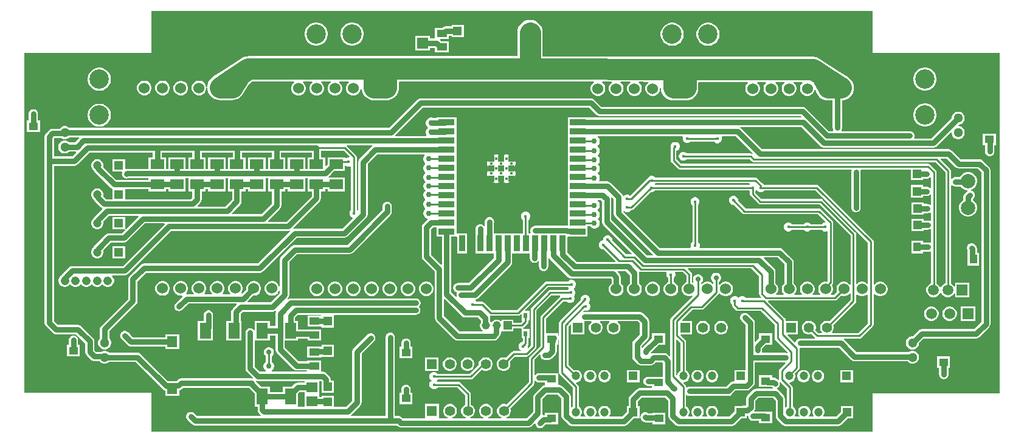
<source format=gbr>
%FSTAX23Y23*%
%MOIN*%
%SFA1B1*%

%IPPOS*%
%ADD14C,0.010000*%
%ADD20R,0.043307X0.051181*%
%ADD21R,0.055441X0.039626*%
%ADD22R,0.051181X0.043307*%
%ADD23R,0.047244X0.047244*%
%ADD24R,0.062992X0.086614*%
%ADD25R,0.062992X0.085827*%
%ADD26R,0.047244X0.047244*%
%ADD27R,0.061024X0.053150*%
%ADD28R,0.075197X0.053937*%
%ADD29R,0.023622X0.031496*%
%ADD30C,0.078740*%
%ADD31R,0.035433X0.035433*%
%ADD32R,0.035433X0.088582*%
%ADD33R,0.088582X0.035433*%
%ADD34R,0.055118X0.059055*%
%ADD35R,0.057087X0.041339*%
%ADD54R,0.055118X0.055118*%
%ADD55C,0.055118*%
%ADD56C,0.047244*%
%ADD64C,0.045275*%
%ADD65R,0.045275X0.045275*%
%ADD69C,0.030000*%
%ADD70C,0.118110*%
%ADD71C,0.106299*%
%ADD72C,0.060000*%
%ADD73C,0.188976*%
%ADD74C,0.059055*%
%ADD75R,0.059055X0.059055*%
%ADD76C,0.047559*%
%ADD77C,0.051181*%
%ADD78R,0.051181X0.051181*%
%ADD79C,0.015748*%
%ADD80R,0.059055X0.059055*%
%ADD81C,0.029527*%
%ADD82C,0.027559*%
%LNbrushed_pcb_copper_signal_top-1*%
%LPD*%
G36*
X01976Y0093D02*
X02673D01*
Y-00937*
X01976*
Y-01145*
X-01976*
Y-00932*
X-02673*
Y0093*
X-01976*
Y01162*
X01976*
Y0093*
G37*
%LNbrushed_pcb_copper_signal_top-2*%
%LPC*%
G36*
X-00265Y01084D02*
X-00332D01*
Y01076*
X-00364*
X-00373Y01074*
X-00382Y01069*
X-00383Y01068*
X-00424*
Y01009*
X-00452*
Y01023*
X-00531*
Y00944*
X-00452*
Y00958*
X-00424*
Y00933*
X-00347*
Y00995*
X-00388*
X-00394Y01001*
X-00394Y01006*
X-00394Y01006*
X-00347*
Y01025*
X-00332*
Y01017*
X-00265*
Y01084*
G37*
G36*
X-00871Y01097D02*
X-00884D01*
X-00896Y01095*
X-00907Y0109*
X-00918Y01083*
X-00926Y01074*
X-00933Y01064*
X-00938Y01053*
X-00941Y0104*
Y01028*
X-00938Y01016*
X-00933Y01004*
X-00926Y00994*
X-00918Y00985*
X-00907Y00978*
X-00896Y00973*
X-00884Y00971*
X-00871*
X-00859Y00973*
X-00847Y00978*
X-00837Y00985*
X-00828Y00994*
X-00821Y01004*
X-00817Y01016*
X-00814Y01028*
Y0104*
X-00817Y01053*
X-00821Y01064*
X-00828Y01074*
X-00837Y01083*
X-00847Y0109*
X-00859Y01095*
X-00871Y01097*
G37*
G36*
X-01068D02*
X-0108D01*
X-01093Y01095*
X-01104Y0109*
X-01114Y01083*
X-01123Y01074*
X-0113Y01064*
X-01135Y01053*
X-01137Y0104*
Y01028*
X-01135Y01016*
X-0113Y01004*
X-01123Y00994*
X-01114Y00985*
X-01104Y00978*
X-01093Y00973*
X-0108Y00971*
X-01068*
X-01056Y00973*
X-01044Y00978*
X-01034Y00985*
X-01025Y00994*
X-01018Y01004*
X-01014Y01016*
X-01011Y01028*
Y0104*
X-01014Y01053*
X-01018Y01064*
X-01025Y01074*
X-01034Y01083*
X-01044Y0109*
X-01056Y01095*
X-01068Y01097*
G37*
G36*
X01081Y01096D02*
X01068D01*
X01056Y01093*
X01044Y01088*
X01034Y01082*
X01025Y01073*
X01018Y01062*
X01014Y01051*
X01011Y01039*
Y01026*
X01014Y01014*
X01018Y01003*
X01025Y00992*
X01034Y00983*
X01044Y00977*
X01056Y00972*
X01068Y00969*
X01081*
X01093Y00972*
X01104Y00977*
X01115Y00983*
X01123Y00992*
X0113Y01003*
X01135Y01014*
X01137Y01026*
Y01039*
X01135Y01051*
X0113Y01062*
X01123Y01073*
X01115Y01082*
X01104Y01088*
X01093Y01093*
X01081Y01096*
G37*
G36*
X00884D02*
X00871D01*
X00859Y01093*
X00848Y01088*
X00837Y01082*
X00828Y01073*
X00822Y01062*
X00817Y01051*
X00814Y01039*
Y01026*
X00817Y01014*
X00822Y01003*
X00828Y00992*
X00837Y00983*
X00848Y00977*
X00859Y00972*
X00871Y00969*
X00884*
X00896Y00972*
X00907Y00977*
X00918Y00983*
X00927Y00992*
X00933Y01003*
X00938Y01014*
X00941Y01026*
Y01039*
X00938Y01051*
X00933Y01062*
X00927Y01073*
X00918Y01082*
X00907Y01088*
X00896Y01093*
X00884Y01096*
G37*
G36*
X00098Y01111D02*
X00084Y0111D01*
X00071Y01106*
X00059Y011*
X00049Y01091*
X0004Y01081*
X00034Y01069*
X0003Y01056*
X00029Y01042*
Y00913*
X-0069*
X-01446*
X-01448Y00912*
X-0145Y00912*
X-01455Y00912*
X-01459Y00911*
X-0146Y00911*
X-0146Y00911*
X-01462Y00911*
X-01463Y0091*
X-01468Y00909*
X-01472Y00908*
X-01473Y00907*
X-01473Y00907*
X-01475Y00906*
X-01476Y00906*
X-0148Y00903*
X-01484Y00901*
X-01581Y00838*
X-0164Y008*
X-0164Y008*
X-0164Y00799*
X-01645Y00795*
X-0165Y00791*
X-01651Y00791*
X-01651Y00791*
X-01655Y00786*
X-01659Y00781*
X-01659Y00781*
X-0166Y0078*
X-01663Y00775*
X-01666Y00769*
X-01666Y00769*
X-01666Y00768*
X-01668Y00762*
X-0167Y00756*
X-0167Y00756*
X-0167Y00755*
X-01671Y00749*
X-01671Y00745*
X-01671Y00744*
X-01676Y00744*
X-01676Y00745*
X-01679Y00754*
X-01684Y00763*
X-01692Y0077*
X-01701Y00776*
X-01711Y00778*
X-01721*
X-01732Y00776*
X-01741Y0077*
X-01748Y00763*
X-01753Y00754*
X-01756Y00744*
Y00733*
X-01753Y00723*
X-01748Y00714*
X-01741Y00706*
X-01732Y00701*
X-01721Y00698*
X-01711*
X-01701Y00701*
X-01692Y00706*
X-01684Y00714*
X-01679Y00723*
X-01676Y00733*
Y00739*
Y0074*
X-01671Y0074*
X-01671Y00739*
X-01671Y00735*
X-0167Y00729*
X-0167Y00729*
X-0167Y00728*
X-01668Y00722*
X-01666Y00716*
X-01666Y00716*
X-01666Y00715*
X-01663Y0071*
X-0166Y00704*
X-0166Y00704*
X-0166Y00703*
X-01655Y00698*
X-01651Y00693*
X-01651Y00693*
X-01651Y00693*
X-01646Y00689*
X-01641Y00684*
X-01641Y00684*
X-0164Y00684*
X-01635Y00681*
X-01629Y00678*
X-01629Y00678*
X-01628Y00678*
X-01622Y00676*
X-01616Y00674*
X-01616Y00674*
X-01615Y00674*
X-01609Y00673*
X-01603Y00672*
X-01602Y00672*
X-01602Y00672*
X-01535*
X-01534Y00672*
X-01533Y00672*
X-01527Y00673*
X-01521Y00674*
X-01521Y00674*
X-0152Y00674*
X-01514Y00676*
X-01508Y00678*
X-01508Y00678*
X-01507Y00678*
X-01502Y00681*
X-01496Y00684*
X-01496Y00685*
X-01495Y00685*
X-01491Y00689*
X-01486Y00693*
X-01485Y00693*
X-01485Y00694*
X-01481Y00699*
X-01477Y00703*
X-01477Y00704*
X-01476Y00704*
X-01444Y00756*
X-01441Y00761*
X-01436Y00764*
X-01423Y00774*
X-01196*
X-01195Y0077*
X-01195Y00769*
X-01203Y00761*
X-01208Y00752*
X-01211Y00742*
Y00732*
X-01208Y00721*
X-01203Y00712*
X-01195Y00705*
X-01186Y007*
X-01176Y00697*
X-01165*
X-01155Y007*
X-01146Y00705*
X-01139Y00712*
X-01133Y00721*
X-01131Y00732*
Y00742*
X-01133Y00752*
X-01139Y00761*
X-01146Y00769*
X-01146Y0077*
X-01145Y00774*
X-01096*
X-01095Y0077*
X-01095Y00769*
X-01103Y00761*
X-01108Y00752*
X-01111Y00742*
Y00732*
X-01108Y00721*
X-01103Y00712*
X-01095Y00705*
X-01086Y007*
X-01076Y00697*
X-01065*
X-01055Y007*
X-01046Y00705*
X-01039Y00712*
X-01033Y00721*
X-01031Y00732*
Y00742*
X-01033Y00752*
X-01039Y00761*
X-01046Y00769*
X-01046Y0077*
X-01045Y00774*
X-00995*
X-00994Y00769*
X-00995Y00768*
X-01003Y00761*
X-01008Y00752*
X-01011Y00741*
Y00731*
X-01008Y00721*
X-01003Y00712*
X-00995Y00704*
X-00986Y00699*
X-00976Y00696*
X-00965*
X-00955Y00699*
X-00946Y00704*
X-00939Y00712*
X-00933Y00721*
X-00931Y00731*
Y00741*
X-00933Y00752*
X-00939Y00761*
X-00946Y00768*
X-00947Y00769*
X-00946Y00774*
X-00896*
X-00895Y0077*
X-00895Y00769*
X-00903Y00761*
X-00908Y00752*
X-00911Y00742*
Y00732*
X-00908Y00721*
X-00903Y00712*
X-00895Y00705*
X-00886Y007*
X-00876Y00697*
X-00865*
X-00855Y007*
X-00846Y00705*
X-00839Y00712*
X-00833Y00721*
X-00831Y00732*
Y00737*
Y00739*
X-00826Y00739*
X-00826Y00737*
X-00824Y00727*
X-00821Y00714*
X-00814Y00702*
X-00806Y00691*
X-00795Y00683*
X-00783Y00676*
X-0077Y00672*
X-00756Y00671*
X-0069*
X-00689Y00671*
X-00687Y00671*
X-00682Y00672*
X-00676Y00672*
X-00675Y00672*
X-00674Y00673*
X-00669Y00674*
X-00663Y00676*
X-00662Y00677*
X-00661Y00677*
X-00656Y0068*
X-00651Y00683*
X-0065Y00683*
X-00649Y00684*
X-00645Y00688*
X-0064Y00691*
X-0064Y00692*
X-00639Y00693*
X-00635Y00697*
X-00632Y00702*
X-00631Y00703*
X-00631Y00703*
X-00628Y00709*
X-00625Y00714*
X-00625Y00715*
X-00625Y00716*
X-00623Y00721*
X-00621Y00727*
X-00621Y00728*
X-00621Y00729*
X-00621Y00734*
X-0062Y0074*
X-0062Y00741*
X-0062Y00742*
X-00621Y0077*
X-00617Y00774*
X00098*
X00446Y00773*
X00448Y00768*
X00446Y00767*
X00439Y0076*
X00434Y00751*
X00431Y00741*
Y0073*
X00434Y0072*
X00439Y00711*
X00446Y00703*
X00455Y00698*
X00466Y00695*
X00476*
X00486Y00698*
X00495Y00703*
X00503Y00711*
X00508Y0072*
X00511Y0073*
Y00741*
X00508Y00751*
X00503Y0076*
X00495Y00767*
X00494Y00768*
X00495Y00773*
X00546Y00773*
X00547Y00768*
X00546Y00767*
X00539Y0076*
X00534Y00751*
X00531Y00741*
Y0073*
X00534Y0072*
X00539Y00711*
X00546Y00703*
X00555Y00698*
X00566Y00695*
X00576*
X00586Y00698*
X00595Y00703*
X00603Y00711*
X00608Y0072*
X00611Y0073*
Y00741*
X00608Y00751*
X00603Y0076*
X00595Y00767*
X00594Y00768*
X00596Y00773*
X00647Y00773*
X00648Y00768*
X00646Y00766*
X00639Y00759*
X00634Y0075*
X00631Y0074*
Y00729*
X00634Y00719*
X00639Y0071*
X00646Y00702*
X00655Y00697*
X00666Y00694*
X00676*
X00686Y00697*
X00695Y00702*
X00703Y0071*
X00708Y00719*
X00711Y00729*
Y0074*
X00708Y0075*
X00703Y00759*
X00695Y00766*
X00693Y00768*
X00695Y00773*
X00746Y00772*
X00747Y00768*
X00746Y00767*
X00739Y0076*
X00734Y00751*
X00731Y00741*
Y0073*
X00734Y0072*
X00739Y00711*
X00746Y00703*
X00755Y00698*
X00766Y00695*
X00776*
X00786Y00698*
X00795Y00703*
X00803Y00711*
X00808Y0072*
X00811Y0073*
Y00736*
Y00737*
X00816Y00737*
X00816Y00736*
X00817Y00725*
X00821Y00712*
X00827Y007*
X00836Y0069*
X00846Y00681*
X00858Y00675*
X00872Y00671*
X00885Y00669*
X00952*
X00953Y00669*
X00954Y00669*
X0096Y0067*
X00966Y00671*
X00966Y00671*
X00967Y00671*
X00973Y00673*
X00979Y00675*
X00979Y00675*
X0098Y00675*
X00985Y00678*
X00991Y00681*
X00991Y00682*
X00992Y00682*
X00997Y00686*
X01001Y0069*
X01002Y0069*
X01002Y00691*
X01006Y00696*
X0101Y007*
X0101Y00701*
X01011Y00702*
X01013Y00707*
X01016Y00712*
X01016Y00713*
X01017Y00714*
X01018Y0072*
X0102Y00725*
X0102Y00726*
X0102Y00727*
X01021Y00733*
X01021Y00739*
X01021Y0074*
X01021Y00741*
X01021Y00768*
X01024Y00772*
X01292Y00771*
X01293Y00766*
X01286Y0076*
X01281Y00751*
X01278Y00741*
Y0073*
X01281Y0072*
X01286Y00711*
X01294Y00703*
X01303Y00698*
X01313Y00695*
X01324*
X01334Y00698*
X01343Y00703*
X0135Y00711*
X01356Y0072*
X01358Y0073*
Y00741*
X01356Y00751*
X0135Y0076*
X01344Y00766*
X01345Y00771*
X01391Y00771*
X01393Y00766*
X01386Y0076*
X01381Y00751*
X01378Y00741*
Y0073*
X01381Y0072*
X01386Y00711*
X01394Y00703*
X01403Y00698*
X01413Y00695*
X01424*
X01434Y00698*
X01443Y00703*
X0145Y00711*
X01456Y0072*
X01458Y0073*
Y00741*
X01456Y00751*
X0145Y0076*
X01444Y00766*
X01446Y00771*
X01493Y00771*
X01493Y00771*
X01493Y00766*
X01486Y00759*
X01481Y0075*
X01478Y0074*
Y00729*
X01481Y00719*
X01486Y0071*
X01494Y00702*
X01503Y00697*
X01513Y00694*
X01524*
X01534Y00697*
X01543Y00702*
X0155Y0071*
X01556Y00719*
X01558Y00729*
Y0074*
X01556Y0075*
X0155Y00759*
X01544Y00766*
X01544Y00771*
X0159Y00771*
X01592Y00766*
X01586Y0076*
X01581Y00751*
X01578Y00741*
Y0073*
X01581Y0072*
X01586Y00711*
X01594Y00703*
X01603Y00698*
X01613Y00695*
X01624*
X01634Y00698*
X01643Y00703*
X0165Y00711*
X01656Y0072*
X01657Y00726*
X01663Y00727*
X01666Y00722*
X01669Y00712*
X01675Y007*
X01684Y0069*
X01694Y00681*
X01706Y00675*
X01719Y00671*
X01733Y00669*
X01757*
Y0052*
X01758Y00515*
Y00515*
X01759Y00514*
X01759Y0051*
X01761Y00507*
X01761Y00504*
X0176Y00503*
X01758Y00502*
X01736*
X01611Y00628*
X01602Y00633*
X01592Y00635*
X0049*
X00451Y00674*
X00443Y0068*
X00433Y00682*
X-005*
X-0051Y0068*
X-00518Y00674*
X-00674Y00519*
X-02428*
X-02431Y00522*
X-02439Y00526*
X-02448Y00529*
X-02457*
X-02466Y00526*
X-02474Y00522*
X-02481Y00515*
X-02481Y00515*
X-0252*
X-0253Y00513*
X-02538Y00507*
X-02555Y0049*
X-02561Y00481*
X-02563Y00472*
Y00338*
Y-00548*
X-02561Y-00558*
X-02555Y-00566*
X-02518Y-00604*
X-02509Y-0061*
X-025Y-00612*
X-0239*
X-0234Y-00662*
Y-00711*
X-02338Y-00721*
X-02332Y-00729*
X-0231Y-00752*
X-02302Y-00757*
X-02292Y-00759*
X-02262*
X-02262Y-0076*
X-02256Y-00766*
X-02247Y-00771*
X-02238Y-00773*
X-02229*
X-0222Y-00771*
X-02212Y-00766*
X-02209Y-00763*
X-02065*
X-01913Y-00915*
X-01905Y-00921*
X-019Y-00922*
Y-00948*
X-01825*
Y-00919*
X-0182Y-00918*
X-01812Y-00912*
X-01805Y-00905*
X-01443*
X-01411Y-00937*
Y-01008*
X-01395*
Y-01027*
X-01393Y-01037*
X-01388Y-01045*
X-01379Y-01053*
X-01376Y-01056*
X-01376Y-01056*
X-01376Y-01057*
X-01377Y-01061*
X-01727*
X-01743Y-01044*
X-01747Y-01042*
X-01747Y-01042*
X-01748Y-01041*
X-01752Y-01039*
X-01756Y-01038*
X-01756Y-01038*
X-01757*
X-01761Y-01037*
X-01765Y-01038*
X-01766*
X-01767Y-01038*
X-01771Y-01039*
X-01774Y-01041*
X-01775Y-01042*
X-01776Y-01042*
X-01779Y-01044*
X-01782Y-01048*
X-01782Y-01049*
X-01783Y-01049*
X-01785Y-01053*
X-01786Y-01057*
X-01786Y-01058*
Y-01058*
X-01787Y-01062*
X-01786Y-01067*
Y-01067*
X-01786Y-01068*
X-01785Y-01072*
X-01783Y-01076*
X-01782Y-01076*
X-01782Y-01077*
X-01779Y-01081*
X-01756Y-01104*
X-01747Y-0111*
X-01738Y-01112*
X-00633*
X-00628Y-01116*
X-0062Y-01121*
X-0061Y-01123*
X0009*
X001Y-01121*
X00108Y-01116*
X00123Y-01101*
X00128Y-01103*
X00128Y-01105*
Y-01106*
X00128Y-01107*
X00129Y-01111*
X00132Y-01114*
X00132Y-01115*
X00133Y-01116*
X00135Y-01119*
X00138Y-01122*
X00139Y-01122*
X0014Y-01123*
X00143Y-01125*
X00147Y-01126*
X00148Y-01126*
X00149*
X00153Y-01127*
X00157Y-01126*
X00158*
X00159Y-01126*
X00163Y-01125*
X00166Y-01123*
X00167Y-01122*
X00167Y-01122*
X00171Y-01119*
X00184Y-01106*
X00209*
X00212Y-01105*
X00252*
Y-01042*
X0018*
Y-01055*
X00174*
X0017Y-01055*
X00166Y-01051*
X00167Y-01047*
Y-00993*
Y-00967*
X00191Y-00942*
X00249*
X00271Y-00965*
Y-01059*
X00273Y-01068*
X00279Y-01077*
X0031Y-01108*
X00318Y-01113*
X00328Y-01115*
X00613*
X00622Y-01113*
X00631Y-01108*
X00667Y-01072*
X00698*
Y-01005*
X0069*
Y-0098*
X00712Y-00958*
X00839*
X00856Y-00975*
Y-01059*
X00858Y-01069*
X00863Y-01077*
X00894Y-01108*
X00902Y-01113*
X00912Y-01115*
X01202*
X01212Y-01113*
X0122Y-01108*
X01256Y-01072*
X01287*
Y-01059*
X0129Y-01057*
X01294Y-0106*
X01294Y-01061*
X01295Y-01065*
Y-01066*
X01295Y-01066*
X01296Y-0107*
X01298Y-01074*
X01299Y-01075*
X01299Y-01075*
X01301Y-01079*
X01302Y-01079*
X01305Y-01081*
X01306Y-01082*
X01306Y-01082*
X0131Y-01085*
X0132Y-01087*
X01354*
Y-01099*
X01426*
Y-01036*
X01388*
X01386Y-01036*
X01328*
X01326Y-01031*
X01327Y-0103*
X01332Y-01022*
X01334Y-01012*
Y-00977*
X0135Y-00961*
X01431*
X01445Y-00975*
Y-0106*
X01447Y-01069*
X01453Y-01078*
X01483Y-01108*
X01491Y-01113*
X01501Y-01115*
X01786*
X01796Y-01113*
X01804Y-01108*
X0184Y-01072*
X01871*
Y-01005*
X01804*
Y-01036*
X01775Y-01064*
X01708*
X01706Y-0106*
X01707Y-01059*
X01711Y-01051*
X01714Y-01043*
Y-01034*
X01711Y-01025*
X01707Y-01017*
X01701Y-01011*
X01693Y-01007*
X01684Y-01005*
X01676*
X01667Y-01007*
X01659Y-01011*
X01653Y-01017*
X01649Y-01025*
X01646Y-01034*
Y-01043*
X01649Y-01051*
X01653Y-01059*
X01654Y-0106*
X01652Y-01064*
X01629*
X01627Y-0106*
X01628Y-01059*
X01633Y-01051*
X01635Y-01043*
Y-01034*
X01633Y-01025*
X01628Y-01017*
X01622Y-01011*
X01614Y-01007*
X01606Y-01005*
X01597*
X01588Y-01007*
X01581Y-01011*
X01574Y-01017*
X0157Y-01025*
X01568Y-01034*
Y-01043*
X0157Y-01051*
X01574Y-01059*
X01575Y-0106*
X01573Y-01064*
X0155*
X01549Y-0106*
X01549Y-01059*
X01554Y-01051*
X01556Y-01043*
Y-01034*
X01554Y-01025*
X01549Y-01017*
X01543Y-01011*
X01538Y-01008*
Y-00903*
X01537Y-00898*
X01533Y-00893*
X0152Y-0088*
X01522Y-00875*
X01524*
X01532Y-00873*
X0154Y-00868*
X01546Y-00862*
X01551Y-00854*
X01553Y-00846*
Y-00837*
X01551Y-00828*
X0155Y-00828*
X01571Y-00807*
X01575Y-00802*
X01576Y-00797*
Y-00691*
X01577Y-00689*
X0158Y-00686*
X01792*
X01859Y-00754*
X01868Y-00759*
X01877Y-00761*
X02168*
X02173Y-00766*
X02181Y-00771*
X0219Y-00773*
X02199*
X02208Y-00771*
X02216Y-00766*
X02223Y-0076*
X02228Y-00751*
X0223Y-00742*
Y-00733*
X02228Y-00724*
X02223Y-00716*
X02216Y-00709*
X02208Y-00705*
X02199Y-00702*
X0219*
X02181Y-00705*
X02173Y-00709*
X02172Y-0071*
X01888*
X01821Y-00643*
X01818Y-00641*
X0182Y-00636*
X01903*
X01909Y-00635*
X01914Y-00632*
X01977Y-00569*
X01981Y-00564*
X01982Y-00558*
Y-0039*
X01985Y-00389*
X01987Y-00389*
X01994Y-00396*
X02003Y-00401*
X02013Y-00404*
X02024*
X02034Y-00401*
X02043Y-00396*
X0205Y-00388*
X02056Y-00379*
X02058Y-00369*
Y-00358*
X02056Y-00348*
X0205Y-00339*
X02043Y-00332*
X02034Y-00326*
X02024Y-00324*
X02013*
X02003Y-00326*
X01994Y-00332*
X01987Y-00339*
X01985Y-00339*
X01982Y-00338*
Y-00103*
X01981Y-00097*
X01977Y-00092*
X01681Y00203*
X01676Y00207*
X0167Y00208*
X01382*
X01377Y00213*
X0137Y00216*
X01344Y00243*
X01339Y00246*
X01333Y00247*
X00786*
X0078Y00253*
X00771Y00256*
X00761*
X00752Y00253*
X00745Y00246*
X00745Y00244*
X00742Y00243*
X00647Y00148*
X00644Y0015*
X00635Y00154*
X00625*
X00616Y0015*
X00612Y00146*
X00606Y00147*
X00606Y00151*
X006Y00159*
X00541Y00218*
X00533Y00224*
X00523Y00226*
X0048*
X00477Y00231*
X00479Y00233*
X00481Y00241*
Y00249*
X00479Y00256*
X00475Y00263*
X00471Y00267*
X0047Y0027*
X00471Y00274*
X00475Y00278*
X00479Y00285*
X00481Y00292*
Y003*
X00479Y00307*
X00475Y00314*
X0047Y0032*
X00475Y00325*
X00479Y00332*
X00481Y00339*
Y00347*
X00479Y00355*
X00475Y00361*
X00471Y00366*
X0047Y00369*
X00471Y00372*
X00475Y00376*
X00479Y00383*
X00481Y0039*
Y00398*
X00479Y00406*
X00475Y00412*
X00471Y00417*
X0047Y0042*
X00471Y00423*
X00475Y00427*
X00479Y00434*
X00481Y00442*
Y00449*
X00479Y00457*
X00475Y00464*
X0047Y00469*
X00468Y0047*
X0047Y00475*
X00934*
X00937Y0047*
X00935Y00466*
Y00456*
X00939Y00447*
X00946Y0044*
X00955Y00436*
X00965*
X00974Y0044*
X0098Y00445*
X01106*
X01112Y00439*
X01121Y00435*
X0113*
X01139Y00439*
X01146Y00446*
X0115Y00455*
Y00465*
X01148Y0047*
X01152Y00475*
X01224*
X01319Y0038*
X01316Y00376*
X01314Y00378*
X01308Y00379*
X00958*
X00952Y00385*
X00943Y00388*
X00934*
X00924Y00385*
X00918Y00378*
X00914Y00369*
Y00359*
X00918Y0035*
X00924Y00343*
X00934Y00339*
X00943*
X00952Y00343*
X00958Y00348*
X01301*
X01313Y00337*
X01318Y00333*
X01324Y00332*
X0232*
X02375Y00278*
Y-00332*
X02373Y-00332*
X02364Y-00338*
X02357Y-00345*
X02352Y-00354*
X0235Y-00354*
X02347*
X02346Y-00354*
X02341Y-00345*
X02334Y-00338*
X02327Y-00334*
Y00277*
X02326Y00283*
X02322Y00288*
X02292Y00318*
X02287Y00322*
X02281Y00323*
X00925*
X00901Y00347*
Y00394*
X00908Y00397*
X00915Y00404*
X00919Y00413*
Y00423*
X00915Y00432*
X00908Y00439*
X00899Y00442*
X00889*
X0088Y00439*
X00873Y00432*
X0087Y00423*
Y00413*
X0087Y00411*
X0087Y00409*
Y00341*
X00871Y00335*
X00874Y0033*
X00908Y00297*
X00913Y00293*
X00919Y00292*
X01859*
X01862Y00287*
X01861Y00283*
X01861Y00282*
Y00282*
X0186Y00278*
Y00082*
X01861Y00078*
Y00077*
X01861Y00076*
X01862Y00072*
X01864Y00069*
X01864Y00068*
X01865Y00068*
X01867Y00064*
X01871Y00062*
X01871Y00061*
X01872Y00061*
X01876Y00059*
X0188Y00058*
X0188Y00057*
X01881*
X01885Y00057*
X01889Y00057*
X0189*
X01891Y00058*
X01895Y00059*
X01899Y00061*
X01899Y00061*
X019Y00062*
X01903Y00064*
X01906Y00068*
X01906Y00068*
X01907Y00069*
X01909Y00072*
X0191Y00076*
X0191Y00077*
Y00078*
X01911Y00082*
Y00278*
X0191Y00282*
Y00282*
X0191Y00283*
X01909Y00287*
X01912Y00292*
X02186*
Y00233*
X02254*
Y00241*
X02273*
X02277Y00242*
X02278*
X02279Y00242*
X02283Y00243*
X02286Y00245*
X02287Y00246*
X02288Y00246*
X02291Y00248*
X02291Y00249*
X02296Y00247*
Y00191*
X02291Y0019*
X02291Y0019*
X02288Y00192*
X02287Y00193*
X02286Y00193*
X02283Y00195*
X02279Y00196*
X02278Y00197*
X02277*
X02273Y00197*
X02254*
Y00206*
X02186*
Y00138*
X02254*
Y00146*
X02273*
X02277Y00147*
X02278*
X02279Y00148*
X02283Y00148*
X02286Y00151*
X02287Y00151*
X02288Y00152*
X02291Y00154*
X02291Y00154*
X02296Y00153*
Y00101*
X02292Y00098*
X02291Y00098*
X02291Y00098*
X0229Y00099*
X02287Y00101*
X02283Y00102*
X02282Y00102*
X02281*
X02277Y00103*
X02257*
Y00111*
X0219*
Y00044*
X02257*
Y00052*
X02277*
X02281Y00053*
X02282*
X02283Y00053*
X02287Y00054*
X0229Y00056*
X02291Y00057*
X02291Y00057*
X02292Y00057*
X02296Y00054*
Y00011*
X02295Y0001*
X02294Y0001*
X02291Y00009*
X02289Y0001*
X02285Y00011*
X02284Y00012*
X02283*
X02279Y00012*
X02257*
Y00021*
X0219*
Y-00046*
X02257*
Y-00038*
X02279*
X02283Y-00037*
X02284*
X02285Y-00036*
X02289Y-00036*
X02291Y-00034*
X02294Y-00035*
X02295Y-00035*
X02296Y-00037*
Y-00109*
X02295Y-0011*
X02295Y-0011*
X02291Y-00111*
X02289Y-0011*
X02285Y-00109*
X02284Y-00109*
X02283*
X02279Y-00108*
X02276Y-00108*
X02252*
Y-00098*
X02188*
Y-0017*
X02252*
Y-00159*
X02278*
X02288Y-00158*
X02292Y-00155*
X02296Y-00157*
Y-00332*
X02294Y-00332*
X02285Y-00338*
X02278Y-00345*
X02273Y-00354*
X0227Y-00364*
Y-00374*
X02273Y-00384*
X02278Y-00394*
X02285Y-00401*
X02294Y-00406*
X02304Y-00409*
X02315*
X02325Y-00406*
X02334Y-00401*
X02341Y-00394*
X02346Y-00385*
X02347Y-00384*
X0235*
X02352Y-00385*
X02357Y-00394*
X02364Y-00401*
X02373Y-00406*
X02383Y-00409*
X02394*
X02404Y-00406*
X02413Y-00401*
X0242Y-00394*
X02423Y-00389*
X02428Y-0039*
Y-00409*
X02507*
Y-0033*
X02428*
Y-00348*
X02423Y-00349*
X0242Y-00345*
X02413Y-00338*
X02406Y-00334*
Y00204*
X02411Y00206*
X02411Y00206*
X02414Y00204*
X02415Y00203*
X02415Y00203*
X02419Y002*
X02423Y002*
X02424Y00199*
X02425*
X02429Y00198*
X0246*
X02461Y00197*
X0247Y00188*
X02481Y00182*
X02494Y00178*
X02497*
X02499Y00173*
X02498Y00173*
X02497Y00173*
X02497Y00172*
X02493Y0017*
X02481Y00158*
X02476Y0015*
X02474Y0014*
Y00124*
X0247Y00122*
X02461Y00112*
X02454Y00101*
X02451Y00089*
Y00076*
X02454Y00063*
X02461Y00052*
X0247Y00043*
X02481Y00036*
X02494Y00033*
X02507*
X02519Y00036*
X02531Y00043*
X0254Y00052*
X02546Y00063*
X0255Y00076*
Y00089*
X02546Y00101*
X0254Y00112*
X02531Y00122*
X02525Y00125*
Y00129*
X02529Y00134*
X02532Y00137*
X02532Y00138*
X02533Y00139*
X02535Y00142*
X02536Y00146*
X02536Y00147*
Y00148*
X02537Y00152*
X02536Y00156*
Y00157*
X02536Y00158*
X02535Y00162*
X02533Y00165*
X02532Y00166*
X02532Y00166*
X02529Y0017*
X02526Y00172*
X02525Y00173*
X02524Y00173*
X02521Y00175*
X02517Y00176*
X02517Y00181*
X02519Y00182*
X02531Y00188*
X0254Y00197*
X02546Y00209*
X0255Y00221*
Y00234*
X02546Y00247*
X0254Y00258*
X02531Y00267*
X02519Y00274*
X02507Y00277*
X02494*
X02481Y00274*
X0247Y00267*
X02461Y00258*
X02456Y00249*
X02429*
X02425Y00249*
X02424*
X02423Y00248*
X02419Y00247*
X02415Y00245*
X02415Y00245*
X02414Y00244*
X02411Y00242*
X02411Y00242*
X02406Y00243*
Y00284*
X02404Y0029*
X02401Y00295*
X02348Y00347*
X0235Y00352*
X02382*
X0243Y00304*
X02438Y00299*
X02448Y00297*
X02552*
X02572Y00276*
Y-00544*
X02532Y-00584*
X02245*
X02235Y-00586*
X02227Y-00592*
X02196Y-00623*
X0219*
X02181Y-00626*
X02173Y-0063*
X02166Y-00637*
X02161Y-00645*
X02159Y-00654*
Y-00664*
X02161Y-00673*
X02166Y-00681*
X02173Y-00687*
X02181Y-00692*
X0219Y-00695*
X02199*
X02208Y-00692*
X02216Y-00687*
X02223Y-00681*
X02228Y-00673*
X0223Y-00664*
Y-00661*
X02256Y-00635*
X02543*
X02553Y-00633*
X02561Y-00628*
X02616Y-00573*
X02621Y-00564*
X02623Y-00555*
Y00287*
X02621Y00297*
X02616Y00305*
X02581Y0034*
X02572Y00346*
X02562Y00348*
X02459*
X02411Y00395*
X02403Y00401*
X02393Y00403*
X01368*
X01253Y00518*
X01251Y0052*
X01252Y00525*
X01585*
X01691Y00418*
X01699Y00413*
X01709Y00411*
X0231*
X02319Y00413*
X02328Y00418*
X02405Y00496*
X0241Y00494*
Y00489*
X02413Y0048*
X02417Y00472*
X02424Y00465*
X02432Y00461*
X02441Y00458*
X02451*
X0246Y00461*
X02468Y00465*
X02474Y00472*
X02479Y0048*
X02481Y00489*
Y00499*
X02479Y00508*
X02474Y00516*
X02468Y00522*
X0246Y00527*
X02451Y0053*
X02448*
X02446Y00535*
X02448Y00537*
X02451*
X0246Y0054*
X02468Y00544*
X02474Y00551*
X02479Y00559*
X02481Y00568*
Y00577*
X02479Y00586*
X02474Y00595*
X02468Y00601*
X0246Y00606*
X02451Y00608*
X02441*
X02432Y00606*
X02424Y00601*
X02417Y00595*
X02413Y00586*
X0241Y00577*
Y00573*
X02299Y00462*
X02207*
X02204Y00467*
X02204Y00467*
X02205Y00471*
X02205Y00472*
Y00473*
X02206Y00477*
X02205Y00481*
Y00482*
X02205Y00483*
X02204Y00487*
X02202Y0049*
X02202Y00491*
X02201Y00491*
X02199Y00495*
X02195Y00497*
X02195Y00498*
X02194Y00498*
X0219Y005*
X02186Y00501*
X02186Y00502*
X02185*
X02181Y00502*
X02179Y00502*
X01807*
X01806Y00503*
X01805Y00504*
X01805Y00507*
X01807Y0051*
X01807Y00514*
X01808Y00515*
Y00515*
X01808Y0052*
Y0067*
X01811Y0067*
X01818Y00671*
X01818Y00671*
X01818Y00671*
X01825Y00673*
X01831Y00675*
X01831Y00675*
X01831Y00675*
X01837Y00678*
X01843Y00681*
X01843Y00681*
X01843Y00681*
X01848Y00686*
X01853Y0069*
X01854Y0069*
X01854Y0069*
X01858Y00695*
X01862Y007*
X01862Y007*
X01862Y00701*
X01865Y00706*
X01868Y00712*
X01868Y00713*
X01869Y00713*
X0187Y00719*
X01872Y00725*
X01872Y00726*
X01872Y00726*
X01873Y00732*
X01874Y00739*
X01874Y00739*
X01874Y00739*
X01873Y00746*
X01872Y00752*
X01872Y00753*
X01872Y00753*
X0187Y00759*
X01868Y00765*
X01868Y00766*
X01868Y00766*
X01865Y00772*
X01862Y00777*
X01862Y00778*
X01861Y00778*
X01857Y00783*
X01853Y00788*
X01853Y00788*
X01853Y00788*
X01848Y00792*
X01843Y00796*
X01842Y00797*
X01842Y00797*
X01783Y00835*
X01687Y00898*
X01681Y00901*
X01675Y00904*
X01675Y00904*
X01675Y00904*
X01668Y00906*
X01662Y00908*
X01662Y00908*
X01661Y00908*
X01655Y00909*
X01649Y00909*
X00949Y00911*
X00167Y00912*
Y01042*
X00166Y01056*
X00162Y01069*
X00156Y01081*
X00147Y01091*
X00137Y011*
X00125Y01106*
X00112Y0111*
X00098Y01111*
G37*
G36*
X0227Y0085D02*
X02257D01*
X02245Y00848*
X02233Y00843*
X02223Y00836*
X02214Y00827*
X02207Y00817*
X02203Y00805*
X022Y00793*
Y00781*
X02203Y00768*
X02207Y00757*
X02214Y00747*
X02223Y00738*
X02233Y00731*
X02245Y00726*
X02257Y00724*
X0227*
X02282Y00726*
X02293Y00731*
X02304Y00738*
X02312Y00747*
X02319Y00757*
X02324Y00768*
X02326Y00781*
Y00793*
X02324Y00805*
X02319Y00817*
X02312Y00827*
X02304Y00836*
X02293Y00843*
X02282Y00848*
X0227Y0085*
G37*
G36*
X-02257Y00849D02*
X-02269D01*
X-02282Y00847*
X-02293Y00842*
X-02303Y00835*
X-02312Y00826*
X-02319Y00816*
X-02324Y00804*
X-02326Y00792*
Y0078*
X-02324Y00768*
X-02319Y00756*
X-02312Y00746*
X-02303Y00737*
X-02293Y0073*
X-02282Y00725*
X-02269Y00723*
X-02257*
X-02245Y00725*
X-02233Y0073*
X-02223Y00737*
X-02214Y00746*
X-02207Y00756*
X-02202Y00768*
X-022Y0078*
Y00792*
X-02202Y00804*
X-02207Y00816*
X-02214Y00826*
X-02223Y00835*
X-02233Y00842*
X-02245Y00847*
X-02257Y00849*
G37*
G36*
X-01911Y00778D02*
X-01921D01*
X-01932Y00776*
X-01941Y0077*
X-01948Y00763*
X-01953Y00754*
X-01956Y00744*
Y00733*
X-01953Y00723*
X-01948Y00714*
X-01941Y00706*
X-01932Y00701*
X-01921Y00698*
X-01911*
X-01901Y00701*
X-01892Y00706*
X-01884Y00714*
X-01879Y00723*
X-01876Y00733*
Y00744*
X-01879Y00754*
X-01884Y00763*
X-01892Y0077*
X-01901Y00776*
X-01911Y00778*
G37*
G36*
X-02011D02*
X-02021D01*
X-02032Y00776*
X-02041Y0077*
X-02048Y00763*
X-02053Y00754*
X-02056Y00744*
Y00733*
X-02053Y00723*
X-02048Y00714*
X-02041Y00706*
X-02032Y00701*
X-02021Y00698*
X-02011*
X-02001Y00701*
X-01992Y00706*
X-01984Y00714*
X-01979Y00723*
X-01976Y00733*
Y00744*
X-01979Y00754*
X-01984Y00763*
X-01992Y0077*
X-02001Y00776*
X-02011Y00778*
G37*
G36*
X-01811Y00778D02*
X-01821D01*
X-01832Y00775*
X-01841Y0077*
X-01848Y00762*
X-01853Y00753*
X-01856Y00743*
Y00732*
X-01853Y00722*
X-01848Y00713*
X-01841Y00706*
X-01832Y007*
X-01821Y00698*
X-01811*
X-01801Y007*
X-01792Y00706*
X-01784Y00713*
X-01779Y00722*
X-01776Y00732*
Y00743*
X-01779Y00753*
X-01784Y00762*
X-01792Y0077*
X-01801Y00775*
X-01811Y00778*
G37*
G36*
X0227Y00653D02*
X02257D01*
X02245Y00651*
X02233Y00646*
X02223Y00639*
X02214Y0063*
X02207Y0062*
X02203Y00608*
X022Y00596*
Y00584*
X02203Y00572*
X02207Y0056*
X02214Y0055*
X02223Y00541*
X02233Y00534*
X02245Y00529*
X02257Y00527*
X0227*
X02282Y00529*
X02293Y00534*
X02304Y00541*
X02312Y0055*
X02319Y0056*
X02324Y00572*
X02326Y00584*
Y00596*
X02324Y00608*
X02319Y0062*
X02312Y0063*
X02304Y00639*
X02293Y00646*
X02282Y00651*
X0227Y00653*
G37*
G36*
X-02257Y00652D02*
X-02269D01*
X-02282Y0065*
X-02293Y00645*
X-02303Y00638*
X-02312Y00629*
X-02319Y00619*
X-02324Y00608*
X-02326Y00595*
Y00583*
X-02324Y00571*
X-02319Y00559*
X-02312Y00549*
X-02303Y0054*
X-02293Y00533*
X-02282Y00528*
X-02269Y00526*
X-02257*
X-02245Y00528*
X-02233Y00533*
X-02223Y0054*
X-02214Y00549*
X-02207Y00559*
X-02202Y00571*
X-022Y00583*
Y00595*
X-02202Y00608*
X-02207Y00619*
X-02214Y00629*
X-02223Y00638*
X-02233Y00645*
X-02245Y0065*
X-02257Y00652*
G37*
G36*
X-02624Y00623D02*
X-02628Y00622D01*
X-02629*
X-0263Y00622*
X-02634Y00621*
X-02638Y00619*
X-02638Y00618*
X-02639Y00618*
X-02642Y00616*
X-02645Y00612*
X-02645Y00612*
X-02646Y00611*
X-02648Y00607*
X-02649Y00603*
X-02649Y00602*
Y00602*
X-0265Y00598*
Y00559*
X-02659*
Y00496*
X-02588*
Y00559*
X-02599*
Y00598*
X-026Y00602*
Y00602*
X-026Y00603*
X-02601Y00607*
X-02603Y00611*
X-02603Y00612*
X-02604Y00612*
X-02606Y00616*
X-0261Y00618*
X-0261Y00618*
X-02611Y00619*
X-02615Y00621*
X-02619Y00622*
X-02619Y00622*
X-0262*
X-02624Y00623*
G37*
G36*
X02652Y00488D02*
X02581D01*
Y00425*
X02592*
Y0039*
X02593Y00386*
Y00385*
X02594Y00384*
X02594Y0038*
X02597Y00376*
X02597Y00376*
X02598Y00375*
X026Y00372*
X02603Y00369*
X02604Y00369*
X02605Y00368*
X02608Y00366*
X02612Y00365*
X02613Y00365*
X02614*
X02618Y00364*
X02622Y00365*
X02623*
X02624Y00365*
X02628Y00366*
X02631Y00368*
X02632Y00369*
X02632Y00369*
X02636Y00372*
X02638Y00375*
X02639Y00376*
X02639Y00376*
X02641Y0038*
X02642Y00384*
X02643Y00385*
Y00386*
X02643Y0039*
Y00425*
X02652*
Y00488*
G37*
G36*
X02518Y-00113D02*
X02514Y-00114D01*
X02513*
X02513Y-00114*
X02509Y-00115*
X02505Y-00117*
X02504Y-00117*
X02504Y-00118*
X025Y-0012*
X02498Y-00124*
X02497Y-00124*
X02497Y-00125*
X02495Y-00128*
X02494Y-00132*
X02494Y-00133*
Y-00134*
X02493Y-00138*
X02494Y-00142*
Y-00143*
X02494Y-00144*
X02495Y-00148*
X02497Y-00151*
Y-00194*
X02497Y-00196*
Y-00236*
X02561*
Y-00165*
X02548*
Y-00142*
X02546Y-00133*
X0254Y-00124*
X02536Y-0012*
X02533Y-00118*
X02532Y-00117*
X02531Y-00117*
X02528Y-00115*
X02524Y-00114*
X02523Y-00114*
X02522*
X02518Y-00113*
G37*
G36*
X02538Y-0046D02*
X02459D01*
Y-00539*
X02538*
Y-0046*
G37*
G36*
X02403D02*
X02393D01*
X02383Y-00462*
X02374Y-00468*
X02367Y-00475*
X02361Y-00484*
X02359Y-00494*
Y-00504*
X02361Y-00514*
X02367Y-00523*
X02374Y-00531*
X02383Y-00536*
X02393Y-00539*
X02403*
X02413Y-00536*
X02422Y-00531*
X0243Y-00523*
X02435Y-00514*
X02438Y-00504*
Y-00494*
X02435Y-00484*
X0243Y-00475*
X02422Y-00468*
X02413Y-00462*
X02403Y-0046*
G37*
G36*
X02303D02*
X02293D01*
X02283Y-00462*
X02274Y-00468*
X02267Y-00475*
X02261Y-00484*
X02259Y-00494*
Y-00504*
X02261Y-00514*
X02267Y-00523*
X02274Y-00531*
X02283Y-00536*
X02293Y-00539*
X02303*
X02313Y-00536*
X02322Y-00531*
X0233Y-00523*
X02335Y-00514*
X02338Y-00504*
Y-00494*
X02335Y-00484*
X0233Y-00475*
X02322Y-00468*
X02313Y-00462*
X02303Y-0046*
G37*
G36*
X-02404Y-00618D02*
X-02408Y-00619D01*
X-02409*
X-0241Y-00619*
X-02414Y-0062*
X-02417Y-00622*
X-02418Y-00623*
X-02419Y-00623*
X-02422Y-00625*
X-02422Y-00626*
X-02425Y-00629*
X-02425Y-00629*
X-02425Y-0063*
X-02428Y-00634*
X-0243Y-00644*
Y-00671*
X-0244*
Y-00734*
X-02369*
Y-00671*
X-02379*
Y-00646*
X-02379Y-00643*
X-02379Y-00639*
Y-00639*
X-0238Y-00638*
X-0238Y-00634*
X-02383Y-0063*
X-02383Y-00629*
X-02384Y-00629*
X-02386Y-00625*
X-02389Y-00623*
X-0239Y-00623*
X-02391Y-00622*
X-02394Y-0062*
X-02398Y-00619*
X-02399Y-00619*
X-024*
X-02404Y-00618*
G37*
G36*
X02401Y-00734D02*
X0233D01*
Y-00797*
X02341*
Y-00832*
X02342Y-00836*
Y-00837*
X02343Y-00838*
X02343Y-00842*
X02346Y-00845*
X02346Y-00846*
X02347Y-00847*
X02349Y-0085*
X02352Y-00853*
X02353Y-00853*
X02354Y-00853*
X02357Y-00856*
X02361Y-00857*
X02362Y-00857*
X02363*
X02367Y-00858*
X02371Y-00857*
X02372*
X02373Y-00857*
X02377Y-00856*
X0238Y-00853*
X02381Y-00853*
X02382Y-00853*
X02385Y-0085*
X02387Y-00847*
X02388Y-00846*
X02388Y-00845*
X0239Y-00842*
X02391Y-00838*
X02392Y-00837*
Y-00836*
X02392Y-00832*
Y-00797*
X02401*
Y-00734*
G37*
G36*
X01868Y-00808D02*
X01801D01*
Y-00875*
X01868*
Y-00808*
G37*
G36*
X01681D02*
X01672D01*
X01664Y-0081*
X01656Y-00814*
X0165Y-00821*
X01645Y-00828*
X01643Y-00837*
Y-00846*
X01645Y-00854*
X0165Y-00862*
X01656Y-00868*
X01664Y-00873*
X01672Y-00875*
X01681*
X0169Y-00873*
X01697Y-00868*
X01704Y-00862*
X01708Y-00854*
X0171Y-00846*
Y-00837*
X01708Y-00828*
X01704Y-00821*
X01697Y-00814*
X0169Y-0081*
X01681Y-00808*
G37*
G36*
X01602D02*
X01594D01*
X01585Y-0081*
X01577Y-00814*
X01571Y-00821*
X01567Y-00828*
X01564Y-00837*
Y-00846*
X01567Y-00854*
X01571Y-00862*
X01577Y-00868*
X01585Y-00873*
X01594Y-00875*
X01602*
X01611Y-00873*
X01619Y-00868*
X01625Y-00862*
X01629Y-00854*
X01632Y-00846*
Y-00837*
X01629Y-00828*
X01625Y-00821*
X01619Y-00814*
X01611Y-0081*
X01602Y-00808*
G37*
G36*
X00729Y-01039D02*
X00725Y-0104D01*
X00724*
X00723Y-0104*
X00719Y-01041*
X00715Y-01044*
X00715Y-01044*
X00714Y-01045*
X00711Y-01047*
X00708Y-0105*
X00708Y-01051*
X00707Y-01052*
X00705Y-01055*
X00704Y-01059*
X00704Y-0106*
Y-01061*
X00703Y-01065*
X00704Y-01069*
Y-0107*
X00704Y-01071*
X00705Y-01075*
X00707Y-01078*
X00708Y-01079*
X00708Y-01079*
X00711Y-01083*
X00717Y-01089*
X00725Y-01094*
X00735Y-01096*
X0077*
Y-01105*
X00841*
Y-01042*
X0077*
Y-01045*
X00744*
X00743Y-01045*
X00743Y-01044*
X00742Y-01044*
X00738Y-01041*
X00734Y-0104*
X00734Y-0104*
X00733*
X00729Y-01039*
G37*
%LNbrushed_pcb_copper_signal_top-3*%
%LPD*%
G36*
X00462Y00592D02*
X0047Y00586D01*
X0048Y00584*
X01582*
X01586Y0058*
X01584Y00576*
X00414*
Y00578*
X00305*
Y00523*
Y00473*
Y00423*
Y00373*
Y00323*
Y00273*
Y00223*
Y00173*
Y00123*
Y00073*
Y00023*
Y-00014*
X00302Y-00017*
X00301Y-00017*
X00125*
X00121Y-00018*
X00121*
X0012Y-00018*
X00116Y-00019*
X00112Y-00022*
X00112Y-00022*
X00111Y-00022*
X00107Y-00025*
X00105Y-00028*
X00105Y-00029*
X00104Y-0003*
X00102Y-00033*
X00101Y-00037*
X00101Y-00038*
Y-00039*
X001Y-00043*
X00101Y-00047*
Y-00048*
X00101Y-00049*
X00102Y-00053*
X00103Y-00054*
X00101Y-00059*
X00101Y-00059*
X0009*
Y00015*
X00095Y00021*
X00099Y0003*
Y0004*
X00095Y00049*
X00088Y00056*
X00079Y0006*
X00069*
X0006Y00056*
X00053Y00049*
X0005Y0004*
Y0003*
X00053Y00021*
X00059Y00015*
Y-00059*
X-00099*
Y00001*
X-00098Y00005*
X-00099Y00009*
Y0001*
X-00099Y00011*
X-001Y00015*
X-00102Y00018*
X-00103Y00019*
X-00103Y0002*
X-00106Y00023*
X-00109Y00026*
X-0011Y00026*
X-00111Y00026*
X-00114Y00029*
X-00118Y0003*
X-00119Y0003*
X-0012*
X-00124Y00031*
X-00128Y0003*
X-00129*
X-00129Y0003*
X-00133Y00029*
X-00137Y00026*
X-00138Y00026*
X-00138Y00026*
X-00142Y00023*
X-00143Y00022*
X-00148Y00014*
X-0015Y00004*
Y-00016*
X-0015Y-00016*
X-00155Y-00018*
X-00156Y-00016*
X-0016Y-00013*
X-0016Y-00013*
X-00161Y-00012*
X-00165Y-0001*
X-00169Y-00009*
X-00169Y-00009*
X-0017*
X-00174Y-00008*
X-00178Y-00009*
X-00179*
X-0018Y-00009*
X-00184Y-0001*
X-00188Y-00012*
X-00188Y-00013*
X-00189Y-00013*
X-00192Y-00016*
X-00193Y-00016*
X-00195Y-00019*
X-00195Y-0002*
X-00196Y-0002*
X-00198Y-00024*
X-00199Y-00028*
X-00199Y-00029*
Y-00029*
X-002Y-00034*
Y-00059*
X-00202*
Y-00168*
X-001*
Y-00194*
X-00237Y-00331*
X-00298*
X-00302Y-00332*
X-00303*
X-00304Y-00333*
X-00308Y-00333*
X-00311Y-00336*
X-00312Y-00336*
X-00313Y-00337*
X-00316Y-00339*
X-00318Y-00342*
X-00319Y-00343*
X-00319Y-00344*
X-00322Y-00347*
X-00322Y-00351*
X-00323Y-00352*
Y-00353*
X-00324Y-00357*
X-00323Y-00361*
Y-00362*
X-00322Y-00363*
X-00322Y-00367*
X-00319Y-0037*
X-00319Y-00371*
X-00318Y-00371*
X-00316Y-00375*
X-00313Y-00377*
X-00312Y-00378*
X-00311Y-00378*
X-00308Y-0038*
X-00305Y-00381*
X-00305Y-00381*
X-00303Y-00384*
X-00303Y-00385*
X-00302Y-00386*
X-00303Y-00387*
X-00303Y-00387*
X-00304Y-00391*
X-00304Y-00392*
Y-00393*
X-00305Y-00397*
X-00304Y-00401*
Y-00402*
X-00304Y-00403*
X-00303Y-00405*
X-00308Y-00407*
X-00333Y-00382*
Y-00077*
X-00304*
X-00302Y-00081*
Y-00168*
X-00247*
Y-00059*
X-00299*
X-00302*
X-00304Y-00055*
Y-00027*
Y00022*
Y00072*
Y00122*
Y00172*
Y00222*
Y00272*
Y00322*
Y00372*
Y00422*
Y00472*
Y00522*
Y00578*
X-00413*
Y00573*
X-0043*
X-00432Y00574*
X-0044Y00576*
X-00447*
X-00455Y00574*
X-00462Y0057*
X-00467Y00565*
X-00471Y00558*
X-00473Y00551*
Y00543*
X-00471Y00535*
X-00467Y00529*
X-00463Y00524*
X-00462Y00521*
X-00463Y00518*
X-00467Y00514*
X-00471Y00507*
X-00473Y00499*
Y00492*
X-00471Y00484*
X-00469Y0048*
X-00472Y00475*
X-00639*
X-0064Y0048*
X-0049Y00631*
X00423*
X00462Y00592*
G37*
G36*
X-02373Y00463D02*
X-02396Y0044D01*
X-02428*
X-02431Y00443*
X-02439Y00448*
X-02448Y0045*
X-02457*
X-02466Y00448*
X-02474Y00443*
X-02481Y00436*
X-02486Y00428*
X-02488Y00419*
Y0041*
X-02486Y00401*
X-02481Y00393*
X-02474Y00386*
X-02466Y00381*
X-02457Y00379*
X-02448*
X-02439Y00381*
X-02431Y00386*
X-02428Y00389*
X-02391*
X-02389Y00384*
X-02409Y00363*
X-02512*
Y00461*
X-02509Y00464*
X-02472*
X-02466Y0046*
X-02457Y00458*
X-02448*
X-02439Y0046*
X-02431Y00465*
X-02428Y00468*
X-02375*
X-02373Y00463*
G37*
G36*
X-00892Y00363D02*
X-00894Y00358D01*
X-00902*
X-00911Y00354*
X-00911Y00354*
X-00916Y00356*
Y00357*
X-01011*
Y0032*
X-0102Y0031*
X-01025Y00312*
Y00357*
X-01047*
Y00395*
X-00924*
X-00892Y00363*
G37*
G36*
X-01098Y00357D02*
X-0112D01*
Y00294*
X-01134*
Y00357*
X-01229*
Y00311*
X-0123Y00309*
X-01229Y00306*
Y00294*
X-01243*
Y00357*
X-01267*
Y00384*
X-01098*
Y00357*
G37*
G36*
X-01318D02*
X-01338D01*
Y00294*
X-01352*
Y00357*
X-01448*
Y00294*
X-01461*
Y00357*
X-01481*
Y00384*
X-01318*
Y00357*
G37*
G36*
X-01532D02*
X-01557D01*
Y00294*
X-01571*
Y00357*
X-01666*
Y00294*
X-0168*
Y00357*
X-01702*
Y00384*
X-01532*
Y00357*
G37*
G36*
X-01753D02*
X-01775D01*
Y00294*
X-01789*
Y00357*
X-01884*
Y00294*
X-01898*
Y00357*
X-0192*
Y00384*
X-01753*
Y00357*
G37*
G36*
X01303Y00211D02*
X01299Y00208D01*
X00784*
X00782Y00212*
X00786Y00216*
X013*
X01303Y00211*
G37*
G36*
X-00911Y00312D02*
X-00902Y00308D01*
X-00892*
X-00888Y0031*
X-00883Y00307*
Y0007*
X-00888Y00066*
X-00891Y00057*
Y00047*
X-00888Y00038*
X-00881Y00031*
X-00876Y00029*
X-00875Y00023*
X-00932Y-00032*
X-01192*
X-01197Y-00033*
X-01199Y-00029*
X-01055Y00115*
X-01049Y00123*
X-01047Y00133*
Y00172*
X-01025*
Y00183*
X-01011*
Y00172*
X-00916*
Y00246*
X-01005*
X-01007Y0025*
X-01007Y00251*
X-00992Y00265*
X-00989Y00269*
X-00975Y00284*
X-00916*
Y0031*
X-00911Y00312*
X-00911Y00312*
G37*
G36*
X-0112Y00172D02*
X-01098D01*
Y00143*
X-01236Y00005*
X-01336*
X-01338Y0001*
X-01273Y00075*
X-01267Y00083*
X-01265Y00093*
Y00172*
X-01243*
Y00183*
X-01229*
Y00172*
X-01134*
Y00243*
X-0112*
Y00172*
G37*
G36*
X-01338D02*
X-01316D01*
Y00104*
X-01374Y00046*
X-01536*
X-01538Y00051*
X-01491Y00098*
X-01485Y00106*
X-01484Y00116*
Y00172*
X-01461*
Y00183*
X-01448*
Y00172*
X-01352*
Y00243*
X-01338*
Y00172*
G37*
G36*
X-01557D02*
X-01535D01*
Y00126*
X-01572Y00088*
X-01723*
X-01725Y00093*
X-0171Y00108*
X-01704Y00117*
X-01702Y00126*
Y00172*
X-0168*
Y00183*
X-01666*
Y00172*
X-01571*
Y00243*
X-01557*
Y00172*
G37*
G36*
X-01775D02*
X-01753D01*
Y00137*
X-01762Y00128*
X-02122*
Y00183*
X-01993*
Y00172*
X-01898*
Y00183*
X-01884*
Y00172*
X-01789*
Y00243*
X-01775*
Y00172*
G37*
G36*
X-00766Y00419D02*
X-00768Y00418D01*
X-00836Y0035*
X-00841Y00342*
X-00843Y00332*
Y0007*
X-00848Y00068*
X-00852Y00072*
Y0036*
X-00853Y00365*
X-00857Y0037*
X-00906Y00419*
X-00904Y00424*
X-00767*
X-00766Y00419*
G37*
G36*
X00493Y00118D02*
Y00003D01*
X00495Y-00005*
X00501Y-00014*
X00655Y-00168*
X00653Y-00173*
X00624*
X00548Y-00097*
Y-00089*
X00544Y-0008*
X00537Y-00073*
X00528Y-00069*
X00518*
X00509Y-00073*
X00502Y-0008*
X00498Y-00089*
Y-00097*
X00495*
X00486Y-00101*
X00479Y-00108*
X00475Y-00117*
Y-00126*
X00479Y-00136*
X00486Y-00142*
X00495Y-00146*
X00503*
X00567Y-00211*
X00565Y-00216*
X00354*
X00303Y-00164*
Y-00116*
X00302Y-00114*
Y-0008*
X00305Y-00076*
X00414*
Y-00018*
X00426*
X00428Y-0002*
X00433Y-00026*
X0044Y-0003*
X00448Y-00032*
X00455*
X00463Y-0003*
X0047Y-00026*
X00475Y-0002*
X00479Y-00014*
X00481Y-00006*
Y00001*
X00479Y00008*
X00475Y00015*
X0047Y0002*
X00475Y00026*
X00479Y00033*
X00481Y0004*
Y00048*
X00479Y00055*
X00475Y00062*
X00471Y00066*
X0047Y0007*
X00471Y00073*
X00475Y00077*
X00479Y00084*
X00481Y00091*
Y00099*
X00479Y00107*
X00475Y00113*
X0047Y00119*
X00468Y0012*
X00469Y00125*
X00486*
X00493Y00118*
G37*
G36*
X00557Y00131D02*
Y00052D01*
X00559Y00042*
X00564Y00034*
X00774Y-00175*
X00772Y-00179*
X00738*
X00544Y00014*
Y00129*
X00542Y00138*
X00542Y00138*
X00547Y0014*
X00557Y00131*
G37*
G36*
X-00413Y-00077D02*
X-00384D01*
Y-00228*
X-00389Y-0023*
X-00444Y-00175*
Y-00036*
X-00433Y-00025*
X-00413*
Y-00077*
G37*
G36*
X01344Y00176D02*
X01349Y00171D01*
X01358Y00168*
X01368*
X01377Y00171*
X01382Y00177*
X01663*
X01951Y-0011*
Y-00333*
X01946Y-00335*
X01943Y-00332*
X01934Y-00326*
X01924Y-00324*
X01913*
X01903Y-00326*
X01894Y-00332*
X01891Y-00335*
X01886Y-00333*
Y-00063*
X01885Y-00057*
X01881Y-00052*
X01703Y00125*
X01698Y00129*
X01692Y0013*
X01367*
X01334Y00163*
Y00173*
X01337Y00176*
X01341Y00178*
X01344Y00176*
G37*
G36*
X01303Y00173D02*
Y00157D01*
X01304Y00151*
X01308Y00146*
X0135Y00104*
X01355Y001*
X01361Y00099*
X01686*
X01855Y-00069*
Y-00338*
X01852Y-00339*
X0185Y-00339*
X01843Y-00332*
X01834Y-00326*
X01824Y-00324*
X01813*
X01803Y-00326*
X01794Y-00332*
X01786Y-00339*
X01781Y-00348*
X01778Y-00358*
Y-00369*
X01781Y-00379*
X01781Y-00379*
X01764Y-00396*
X01749*
X01747Y-00391*
X0175Y-00388*
X01756Y-00379*
X01758Y-00369*
Y-00358*
X01756Y-00348*
X01752Y-00342*
X01757Y-00338*
X0176Y-00333*
X01761Y-00327*
Y-00001*
X0176Y00004*
X01757Y00009*
X01692Y00073*
X01687Y00077*
X01682Y00078*
X0128*
X01238Y0012*
Y00128*
X01234Y00137*
X01227Y00144*
X01218Y00147*
X01208*
X01199Y00144*
X01192Y00137*
X01189Y00128*
Y00118*
X01192Y00109*
X01199Y00102*
X01208Y00098*
X01216*
X01263Y00052*
X01268Y00048*
X01273Y00047*
X01675*
X01717Y00006*
X01715Y00001*
X01711*
X01702Y-00002*
X01696Y-00008*
X01637*
X01632Y-00002*
X01623Y00001*
X01613*
X01604Y-00002*
X01598Y-00008*
X01535*
X01529Y-00002*
X0152Y00001*
X0151*
X01501Y-00002*
X01494Y-00009*
X01491Y-00018*
Y-00028*
X01494Y-00037*
X01501Y-00044*
X0151Y-00048*
X0152*
X01529Y-00044*
X01535Y-00038*
X01598*
X01604Y-00044*
X01613Y-00048*
X01623*
X01632Y-00044*
X01637Y-00038*
X01696*
X01702Y-00044*
X01711Y-00048*
X01721*
X01725Y-00046*
X0173Y-00049*
Y-00321*
X01727Y-00325*
X01724Y-00324*
X01713*
X01703Y-00326*
X01694Y-00332*
X01686Y-00339*
X01681Y-00348*
X01678Y-00358*
Y-00369*
X01681Y-00379*
X01686Y-00388*
X0169Y-00391*
X01687Y-00396*
X01649*
X01647Y-00391*
X0165Y-00388*
X01656Y-00379*
X01658Y-00369*
Y-00358*
X01656Y-00348*
X0165Y-00339*
X01643Y-00332*
X01634Y-00326*
X01624Y-00324*
X01613*
X01603Y-00326*
X01594Y-00332*
X01586Y-00339*
X01581Y-00348*
X01578Y-00358*
Y-00369*
X01581Y-00379*
X01586Y-00388*
X0159Y-00391*
X01587Y-00396*
X01549*
X01547Y-00391*
X0155Y-00388*
X01556Y-00379*
X01558Y-00369*
Y-00358*
X01556Y-00348*
X0155Y-00339*
X01544Y-00333*
Y-00217*
X01542Y-00208*
X01536Y-00199*
X01484Y-00147*
X01476Y-00141*
X01466Y-00139*
X01029*
X01026Y-00134*
X01028Y-0013*
Y-0012*
X01024Y-00111*
X01018Y-00105*
Y00095*
X01024Y00101*
X01027Y0011*
Y00119*
X01024Y00129*
X01017Y00135*
X01008Y00139*
X00998*
X00989Y00135*
X00982Y00129*
X00978Y00119*
Y0011*
X00982Y00101*
X00988Y00095*
Y-00105*
X00983Y-00111*
X00979Y-0012*
Y-0013*
X00981Y-00134*
X00977Y-00139*
X0081*
X0061Y0006*
X0061Y00062*
X00615Y00064*
X00617Y00062*
X00626Y00058*
X00636*
X00645Y00062*
X00651Y00068*
X00654*
X0066Y00069*
X00665Y00072*
X0076Y00168*
X00768*
X00777Y00171*
X00783Y00177*
X01299*
X01303Y00173*
G37*
G36*
X01493Y-00228D02*
Y-00333D01*
X01486Y-00339*
X01481Y-00348*
X01478Y-00358*
Y-00369*
X01481Y-00379*
X01486Y-00388*
X0149Y-00391*
X01487Y-00396*
X01449*
X01447Y-00391*
X0145Y-00388*
X01456Y-00379*
X01458Y-00369*
Y-00358*
X01456Y-00348*
X0145Y-00339*
X01444Y-00333*
Y-00269*
X01442Y-00259*
X01436Y-00251*
X01381Y-00195*
X01383Y-0019*
X01455*
X01493Y-00228*
G37*
G36*
X01852Y-00389D02*
X01855Y-0039D01*
Y-00425*
X01739Y-0054*
X01731Y-00538*
X01721*
X01711Y-00541*
X01703Y-00545*
X01696Y-00552*
X01691Y-00561*
X01688Y-00571*
Y-0058*
X01691Y-0059*
X01696Y-00599*
X01698Y-00601*
X01696Y-00606*
X01679*
X01663Y-00589*
X01665Y-0058*
Y-00571*
X01662Y-00561*
X01658Y-00552*
X01651Y-00545*
X01642Y-00541*
X01632Y-00538*
X01623*
X01613Y-00541*
X01604Y-00545*
X01597Y-00552*
X01592Y-00561*
X0159Y-00571*
Y-0058*
X01592Y-0059*
X01597Y-00599*
X01604Y-00606*
X01613Y-00611*
X01623Y-00613*
X01632*
X01641Y-00611*
X01661Y-0063*
X01659Y-00635*
X01578*
X01574Y-00636*
X01573*
X01573Y-00637*
X01568Y-00637*
X01565Y-0064*
X01564Y-0064*
X01564Y-00641*
X0156Y-00643*
X01558Y-00646*
X01557Y-00647*
X01557Y-00648*
X01555Y-00651*
X01554Y-00655*
X01553Y-00656*
X01551Y-00656*
X01549Y-00656*
X0151Y-00618*
X01512Y-00613*
X01567*
Y-00538*
X01499*
Y-00533*
X01498Y-00527*
X01494Y-00522*
X01403Y-00432*
X01405Y-00427*
X0177*
X01776Y-00426*
X01781Y-00423*
X01803Y-00401*
X01803Y-00401*
X01813Y-00404*
X01824*
X01834Y-00401*
X01843Y-00396*
X0185Y-00389*
X01852Y-00389*
G37*
G36*
X01354Y-00293D02*
Y-00391D01*
X01355Y-00397*
X01359Y-00402*
X01365Y-00408*
X01363Y-00413*
X01282*
X01276Y-00407*
X01267Y-00403*
X01257*
X01248Y-00407*
X01244Y-00411*
X01241Y-00414*
X01238Y-00411*
X01234Y-00407*
X01225Y-00403*
X01215*
X01206Y-00407*
X01199Y-00414*
X01195Y-00423*
Y-00433*
X01199Y-00442*
X01205Y-00448*
Y-00451*
X01206Y-00457*
X01209Y-00462*
X01226Y-00479*
X01231Y-00482*
X01237Y-00483*
X01362*
X0144Y-00561*
Y-00634*
X01441Y-0064*
X01444Y-00645*
X01511Y-00711*
X0151Y-00712*
X01508Y-00716*
X01499Y-00714*
X01371*
X01368Y-00709*
X01368Y-00709*
X01369Y-00705*
X01369Y-00704*
Y-00703*
X0137Y-00699*
Y-00691*
X01391Y-0067*
X01426*
Y-00607*
X01354*
Y-00634*
X01335Y-00654*
X0133Y-00652*
Y-00549*
X01328Y-00539*
X01323Y-00531*
X01293Y-00501*
X0129Y-00499*
X01289Y-00498*
X01288Y-00498*
X01285Y-00496*
X01281Y-00495*
X0128Y-00495*
X01279*
X01275Y-00494*
X01271Y-00495*
X0127*
X01269Y-00495*
X01265Y-00496*
X01262Y-00498*
X01261Y-00498*
X0126Y-00499*
X01257Y-00501*
X01255Y-00505*
X01254Y-00505*
X01254Y-00506*
X01252Y-00509*
X01251Y-00513*
X0125Y-00514*
Y-00515*
X0125Y-00519*
X0125Y-00523*
Y-00524*
X01251Y-00525*
X01252Y-00529*
X01254Y-00532*
X01254Y-00533*
X01255Y-00534*
X01257Y-00537*
X01279Y-00559*
Y-0072*
X0128Y-00722*
Y-00739*
Y-00808*
X0122*
Y-0087*
X01214*
X01204Y-00872*
X01196Y-00877*
X01175Y-00898*
X00973*
X00969Y-00899*
X00968*
X00967Y-009*
X00963Y-009*
X00959Y-00903*
X00959Y-00903*
X00956Y-00902*
X00954Y-009*
Y-009*
X00953Y-00894*
X00949Y-00889*
X00939Y-0088*
X00941Y-00875*
X00943*
X00951Y-00873*
X00959Y-00868*
X00965Y-00862*
X0097Y-00854*
X00972Y-00846*
Y-00837*
X0097Y-00828*
X00965Y-00821*
X00959Y-00814*
X00954Y-00811*
Y-00654*
X00953Y-00648*
X00949Y-00643*
X00924Y-00618*
X00926Y-00613*
X00986*
Y-00538*
X00933*
X00932Y-00533*
X00988Y-00477*
X0104*
X01046Y-00476*
X01051Y-00473*
X0113Y-00394*
X01133Y-00389*
X01133Y-00388*
X01138Y-00388*
X01139Y-00388*
X01146Y-00396*
X01155Y-00401*
X01166Y-00404*
X01176*
X01186Y-00401*
X01195Y-00396*
X01203Y-00388*
X01208Y-00379*
X01211Y-00369*
Y-00358*
X01208Y-00348*
X01203Y-00339*
X01195Y-00332*
X01186Y-00326*
X01176Y-00324*
X01166*
X01155Y-00326*
X01146Y-00332*
X01139Y-00339*
X01137Y-00339*
X01134Y-00338*
Y-00325*
X01135Y-00325*
X0114Y-0032*
X01143Y-00313*
X01145Y-00306*
Y-00299*
X01143Y-00292*
X0114Y-00286*
X01135Y-00281*
X01128Y-00277*
X01121Y-00275*
X01114*
X01107Y-00277*
X01101Y-00281*
X01096Y-00286*
X01092Y-00292*
X0109Y-00299*
Y-00306*
X01092Y-00313*
X01096Y-0032*
X01101Y-00325*
X01103Y-00326*
Y-00333*
X01098Y-00335*
X01095Y-00332*
X01086Y-00326*
X01076Y-00324*
X01066*
X01055Y-00326*
X01046Y-00332*
X01041Y-00337*
X01036Y-00335*
X01036Y-00333*
X01036Y-00333*
X01041Y-00327*
X01045Y-00321*
X01047Y-00314*
Y-00307*
X01045Y-003*
X01041Y-00294*
X01036Y-00288*
X0103Y-00285*
X01023Y-00283*
X01016*
X01009Y-00285*
X01002Y-00288*
X00997Y-00294*
X00994Y-003*
X00992Y-00307*
Y-00314*
X00994Y-00321*
X00994Y-00323*
X00992Y-00329*
X00991Y-00329*
X00986Y-00326*
X00986Y-00326*
Y-00284*
X00985Y-00278*
X00982Y-00273*
X00963Y-00255*
X00965Y-0025*
X01311*
X01354Y-00293*
G37*
G36*
X00097Y-00195D02*
X00098Y-00199D01*
Y-002*
X00098Y-00201*
X00099Y-00205*
X00101Y-00209*
X00102Y-00209*
X00102Y-0021*
X00105Y-00213*
X00108Y-00216*
X00109Y-00216*
X00109Y-00217*
X00113Y-00219*
X00117Y-0022*
X00118Y-0022*
X00118*
X00123Y-00221*
X00127Y-0022*
X00127*
X00128Y-0022*
X00132Y-00219*
X00136Y-00217*
X00137Y-00216*
X00137Y-00216*
X00141Y-00213*
X00142Y-00211*
X00145Y-00211*
X00147Y-00212*
Y-00241*
X00148Y-00245*
Y-00246*
X00148Y-00247*
X00149Y-00251*
X00151Y-00254*
X00152Y-00255*
X00152Y-00255*
X00155Y-00259*
X00158Y-00261*
X00159Y-00262*
X0016Y-00262*
X00163Y-00264*
X00167Y-00265*
X00168Y-00266*
X00169*
X00173Y-00266*
X00177Y-00266*
X00178*
X00178Y-00265*
X00182Y-00264*
X00186Y-00262*
X00187Y-00262*
X00187Y-00261*
X00191Y-00259*
X00193Y-00255*
X00194Y-00255*
X00194Y-00254*
X00196Y-00251*
X00197Y-00247*
X00197Y-00246*
Y-00245*
X00198Y-00241*
Y-00195*
X00203Y-00194*
X00206Y-00199*
X00307Y-00299*
X00315Y-00305*
X00325Y-00306*
X00543*
X00545Y-00309*
Y-00333*
X00539Y-00339*
X00534Y-00348*
X00531Y-00358*
Y-00369*
X00534Y-00379*
X00539Y-00388*
X00546Y-00396*
X00555Y-00401*
X00566Y-00404*
X00576*
X00586Y-00401*
X00595Y-00396*
X00603Y-00388*
X00608Y-00379*
X00611Y-00369*
Y-00358*
X00608Y-00348*
X00603Y-00339*
X00596Y-00333*
Y-00299*
X00594Y-00289*
X00589Y-00281*
X00579Y-00271*
X00581Y-00266*
X00624*
X00645Y-00288*
Y-00333*
X00639Y-00339*
X00634Y-00348*
X00631Y-00358*
Y-00369*
X00634Y-00379*
X00639Y-00388*
X00646Y-00396*
X00655Y-00401*
X00666Y-00404*
X00676*
X00686Y-00401*
X00695Y-00396*
X00703Y-00388*
X00708Y-00379*
X00711Y-00369*
Y-00358*
X00708Y-00348*
X00703Y-00339*
X00696Y-00333*
Y-00277*
X00695Y-00271*
X007Y-00268*
X00701Y-00269*
X00707Y-0027*
X00844*
X00847Y-00275*
X00846Y-0028*
Y-00289*
X00849Y-00299*
X00855Y-00304*
Y-00327*
X00846Y-00332*
X00839Y-00339*
X00834Y-00348*
X00831Y-00358*
Y-00369*
X00834Y-00379*
X00839Y-00388*
X00846Y-00396*
X00855Y-00401*
X00866Y-00404*
X00876*
X00886Y-00401*
X00895Y-00396*
X00903Y-00388*
X00908Y-00379*
X00911Y-00369*
Y-00358*
X00908Y-00348*
X00903Y-00339*
X00895Y-00332*
X00886Y-00326*
X00886Y-00326*
Y-00304*
X00891Y-00299*
X00895Y-00289*
Y-0028*
X00893Y-00275*
X00896Y-0027*
X00935*
X00956Y-00291*
Y-00326*
X00955Y-00326*
X00946Y-00332*
X00939Y-00339*
X00934Y-00348*
X00931Y-00358*
Y-00369*
X00934Y-00379*
X00939Y-00388*
X00946Y-00396*
X00955Y-00401*
X00966Y-00404*
X00976*
X00985Y-00401*
X00988Y-00406*
X00872Y-00521*
X00869Y-00526*
X00867Y-00532*
Y-00731*
X00863Y-00732*
X00853Y-00723*
X00845Y-00717*
X00835Y-00715*
X00776*
X00766Y-00717*
X00766Y-00717*
X00761Y-00715*
X00761Y-00712*
X00803Y-0067*
X00838*
Y-00607*
X00767*
Y-00634*
X00716Y-00685*
X00715Y-00686*
X0071Y-00685*
Y-00675*
X00745Y-00641*
X0075Y-00633*
X00752Y-00623*
Y-00542*
X0075Y-00532*
X00745Y-00524*
X00718Y-00497*
X00715Y-00495*
X00714Y-00494*
X00713Y-00494*
X0071Y-00492*
X00706Y-00491*
X00705Y-00491*
X00704*
X007Y-0049*
X00397*
X00393Y-00491*
X00393*
X00392Y-00489*
X0039Y-00486*
X00394Y-00482*
X00399Y-00484*
X00409*
X00418Y-0048*
X00425Y-00473*
X00429Y-00464*
Y-00455*
X00425Y-00445*
X00418Y-00439*
X00418Y-00438*
X00422Y-00435*
X00426Y-00426*
Y-00416*
X00422Y-00407*
X00415Y-004*
X00406Y-00396*
X00396*
X00387Y-004*
X0038Y-00407*
X00376Y-00416*
Y-00424*
X00262Y-00539*
X00258Y-00543*
X00257Y-00549*
Y-00619*
X00252Y-00621*
X00252Y-00621*
Y-00607*
X00231*
X00228Y-00606*
X00224Y-00607*
X00186*
Y-00525*
X00279Y-00432*
X00299*
X00304Y-00437*
X00313Y-00441*
X00323*
X00332Y-00437*
X00339Y-0043*
X00343Y-00421*
Y-00412*
X00339Y-00403*
X00339Y-00402*
X00343Y-00398*
X00346Y-00389*
Y-00379*
X00343Y-0037*
X00338Y-00365*
X00339Y-00359*
X0034Y-00359*
X00347Y-00352*
X00351Y-00343*
Y-00333*
X00347Y-00324*
X0034Y-00317*
X00331Y-00313*
X00321*
X00312Y-00317*
X00306Y-00323*
X0019*
X00184Y-00324*
X00179Y-00327*
X00027Y-0048*
X-00112*
X-00154Y-00438*
X-00159Y-00434*
X-00165Y-00433*
X-00196*
X-00202Y-00427*
X-00203Y-00427*
X-00202Y-00422*
X-00194Y-0042*
X-00186Y-00415*
X-00006Y-00235*
X-00001Y-00227*
X0Y-00217*
Y-00168*
X00097*
Y-00195*
G37*
G36*
X00052Y-00504D02*
Y-00535D01*
X00054*
X00056Y-0054*
X00047Y-00549*
X00007*
Y-00532*
X-00057*
Y-00538*
X-00062Y-0054*
X-00064Y-00538*
X-00071Y-00534*
X-0008Y-00532*
X-00088*
X-00096Y-00534*
X-00104Y-00538*
X-0011Y-00544*
X-00111Y-00546*
X-00116*
X-00117Y-00544*
X-0012Y-00541*
Y-00524*
X-00122Y-00514*
X-00119Y-0051*
X-00118Y-0051*
X00033*
X00039Y-00509*
X00044Y-00506*
X00048Y-00502*
X00052Y-00504*
G37*
G36*
X-01971Y00357D02*
X-01993D01*
Y00294*
X-02112*
X-02117Y00293*
X-02122Y00297*
Y00348*
X-0219*
Y00281*
X-02141*
X-02139Y00279*
X-02137Y00276*
X-02138Y00273*
X-02138Y00272*
Y00271*
X-02139Y00267*
X-02138Y00263*
Y00262*
X-02138Y00262*
X-02137Y00257*
X-02135Y00254*
X-02135Y00253*
X-02134Y00253*
X-02132Y00249*
X-02128Y00247*
X-02128Y00246*
X-02127Y00246*
X-02123Y00244*
X-02119Y00243*
X-02119Y00243*
X-02118*
X-02114Y00242*
X-0211Y00243*
X-02109*
X-02108Y00243*
X-02107Y00243*
X-01993*
Y00234*
X-02172*
X-02242Y00304*
X-0224Y0031*
Y00319*
X-02243Y00327*
X-02247Y00335*
X-02253Y00341*
X-02261Y00346*
X-0227Y00348*
X-02279*
X-02287Y00346*
X-02295Y00341*
X-02301Y00335*
X-02305Y00327*
X-02308Y00319*
Y0031*
X-02305Y00301*
X-02301Y00294*
X-02295Y00288*
X-02294Y00287*
X-02289Y00279*
X-022Y00191*
X-02192Y00185*
X-0219Y00185*
Y00128*
X-02226*
X-02242Y00145*
X-0224Y0015*
Y00159*
X-02243Y00168*
X-02247Y00175*
X-02253Y00181*
X-02261Y00186*
X-0227Y00188*
X-02279*
X-02287Y00186*
X-02295Y00181*
X-02301Y00175*
X-02305Y00168*
X-02308Y00159*
Y0015*
X-02305Y00142*
X-02301Y00134*
X-02295Y00128*
X-02294Y00127*
X-02289Y00119*
X-02254Y00085*
X-02248Y0008*
X-02246Y00075*
X-02289Y00032*
X-02294Y00024*
X-02295Y00024*
X-02301Y00018*
X-02305Y0001*
X-02308Y00001*
Y-00006*
X-02305Y-00015*
X-02301Y-00023*
X-02295Y-00029*
X-02287Y-00033*
X-02279Y-00036*
X-0227*
X-02261Y-00033*
X-02253Y-00029*
X-02247Y-00023*
X-02243Y-00015*
X-0224Y-00006*
Y00001*
X-02242Y00007*
X-02212Y00037*
X-02049*
X-02047Y00033*
X-02118Y-00037*
X-02122Y-00034*
Y-00031*
Y00031*
X-0219*
Y-00036*
X-02127*
X-02124*
X-02121Y-0004*
X-02139Y-00058*
X-02209*
X-02219Y-0006*
X-02227Y-00065*
X-02289Y-00127*
X-02294Y-00135*
X-02295Y-00135*
X-02301Y-00141*
X-02305Y-00149*
X-02308Y-00157*
Y-00166*
X-02305Y-00175*
X-02301Y-00183*
X-02295Y-00189*
X-02287Y-00193*
X-02279Y-00196*
X-0227*
X-02261Y-00193*
X-02253Y-00189*
X-02247Y-00183*
X-02243Y-00175*
X-0224Y-00166*
Y-00157*
X-02242Y-00152*
X-02199Y-00109*
X-02128*
X-02118Y-00107*
X-0211Y-00101*
X-02013Y-00004*
X-01906*
X-01904Y-00009*
X-02133Y-00238*
X-02411*
X-02421Y-0024*
X-02429Y-00245*
X-02463Y-00279*
X-02467Y-00284*
X-02467Y-00285*
X-0247Y-0029*
X-02473Y-00291*
X-02479Y-00298*
X-02484Y-00305*
X-02486Y-00314*
Y-00323*
X-02484Y-00331*
X-02479Y-00339*
X-02473Y-00345*
X-02465Y-0035*
X-02457Y-00352*
X-02448*
X-02439Y-0035*
X-02432Y-00345*
X-02426Y-0034*
X-02423Y-00339*
X-0242Y-0034*
X-02414Y-00345*
X-02406Y-0035*
X-02398Y-00352*
X-02389*
X-0238Y-0035*
X-02372Y-00345*
X-02367Y-0034*
X-02364Y-00339*
X-02361Y-0034*
X-02355Y-00345*
X-02347Y-0035*
X-02339Y-00352*
X-0233*
X-02321Y-0035*
X-02313Y-00345*
X-02308Y-0034*
X-02305Y-00339*
X-02302Y-0034*
X-02296Y-00345*
X-02288Y-0035*
X-0228Y-00352*
X-02271*
X-02262Y-0035*
X-02254Y-00345*
X-02249Y-0034*
X-02246Y-00339*
X-02243Y-0034*
X-02237Y-00345*
X-02229Y-0035*
X-0222Y-00352*
X-02212*
X-02203Y-0035*
X-02195Y-00345*
X-02189Y-00339*
X-02185Y-00331*
X-02182Y-00323*
Y-00314*
X-02185Y-00305*
X-02189Y-00298*
X-02193Y-00294*
X-02191Y-00289*
X-02123*
X-02113Y-00287*
X-02105Y-00281*
X-01868Y-00045*
X-01226*
X-01221Y-00044*
X-01218Y-00048*
X-01394Y-00224*
X-02017*
X-02027Y-00226*
X-02035Y-00231*
X-02097Y-00293*
X-02102Y-00301*
X-02104Y-00311*
Y-00419*
X-02252Y-00566*
X-02257Y-00574*
X-02259Y-00584*
Y-00634*
X-02262Y-00637*
X-02267Y-00645*
X-02269Y-00654*
Y-00664*
X-02267Y-00673*
X-02262Y-00681*
X-02256Y-00687*
X-02247Y-00692*
X-02238Y-00695*
X-02229*
X-0222Y-00692*
X-02212Y-00687*
X-02205Y-00681*
X-02201Y-00673*
X-02198Y-00664*
Y-00654*
X-02201Y-00645*
X-02205Y-00637*
X-02208Y-00634*
Y-00595*
X-02061Y-00447*
X-02055Y-00439*
X-02053Y-00429*
Y-00322*
X-02007Y-00275*
X-01383*
X-01374Y-00273*
X-01365Y-00267*
X-01181Y-00083*
X-00921*
X-00911Y-00081*
X-00903Y-00076*
X-008Y00026*
X-00794Y00034*
X-00792Y00044*
Y00322*
X-0074Y00374*
X-00481*
X-00479Y00369*
X-00481Y00368*
X-00485Y00361*
X-00487Y00354*
Y00346*
X-00485Y00338*
X-00481Y00332*
X-00476Y00327*
X-00476Y00324*
X-00476Y00321*
X-00481Y00317*
X-00485Y0031*
X-00487Y00303*
Y00295*
X-00485Y00287*
X-00481Y00281*
X-00476Y00276*
X-00476Y00273*
X-00476Y0027*
X-00481Y00266*
X-00485Y00259*
X-00487Y00251*
Y00244*
X-00485Y00236*
X-00481Y00229*
X-00475Y00224*
X-00481Y00218*
X-00485Y00212*
X-00487Y00204*
Y00196*
X-00485Y00189*
X-00481Y00182*
X-00475Y00177*
X-00481Y00171*
X-00485Y00164*
X-00487Y00157*
Y00149*
X-00485Y00142*
X-00481Y00135*
X-00476Y00131*
X-00476Y00127*
X-00476Y00124*
X-00481Y0012*
X-00485Y00113*
X-00487Y00106*
Y00098*
X-00485Y0009*
X-00481Y00084*
X-00476Y00079*
X-00476Y00076*
X-00476Y00073*
X-00481Y00069*
X-00485Y00062*
X-00487Y00055*
Y00047*
X-00485Y00039*
X-00481Y00033*
X-00475Y00027*
X-00469Y00023*
X-00465Y00022*
X-00464Y00021*
X-00463Y00017*
X-00488Y-00007*
X-00493Y-00015*
X-00495Y-00025*
Y-00185*
X-00493Y-00195*
X-00488Y-00203*
X-00424Y-00267*
Y-00522*
X-00422Y-00531*
X-00417Y-0054*
X-00317Y-0064*
X-00308Y-00645*
X-00299Y-00647*
X-00101*
X-00092Y-00645*
X-00083Y-0064*
X-00069Y-00625*
X-00063Y-00617*
X-00061Y-00607*
Y-006*
X-00057Y-00597*
X00007*
Y-0058*
X00048*
X00052Y-00582*
Y-00585*
Y-00634*
X00059*
Y-00653*
X00055*
X00046Y-00657*
X00039Y-00664*
X00036Y-00673*
Y-00683*
X00039Y-00692*
X00046Y-00699*
X00048Y-00699*
X00047Y-00704*
X00008*
X00002Y-00705*
X-00002Y-00709*
X-00033Y-0074*
X-00042Y-00738*
X-00052*
X-00061Y-0074*
X-0007Y-00745*
X-00077Y-00752*
X-00082Y-00761*
X-00085Y-0077*
Y-0078*
X-00082Y-0079*
X-00077Y-00798*
X-0007Y-00805*
X-00061Y-0081*
X-00052Y-00813*
X-00042*
X-00032Y-0081*
X-00024Y-00805*
X-00017Y-00798*
X-00012Y-0079*
X-00009Y-0078*
Y-0077*
X-00012Y-00762*
X00014Y-00735*
X00079*
X00084Y-00734*
X00089Y-0073*
X00129Y-0069*
X00133Y-00685*
X00134Y-0068*
Y-00481*
X00216Y-00399*
X00263*
X00264Y-00404*
X00262Y-00406*
X0016Y-00508*
X00156Y-00513*
X00155Y-00519*
Y-00676*
X00096Y-00735*
X00093Y-0074*
X00092Y-00745*
Y-00873*
X-00031Y-00997*
X-0004Y-00994*
X-0005*
X-00059Y-00997*
X-00068Y-01002*
X-00075Y-01009*
X-0008Y-01018*
X-00083Y-01027*
Y-01037*
X-0008Y-01047*
X-00075Y-01055*
X-00068Y-01062*
X-00059Y-01067*
X-00058Y-01067*
X-00059Y-01072*
X-0013*
X-0013Y-01067*
X-00129Y-01067*
X-0012Y-01062*
X-00113Y-01055*
X-00108Y-01047*
X-00106Y-01037*
Y-01027*
X-00108Y-01018*
X-00113Y-01009*
X-0012Y-01002*
X-00129Y-00997*
X-00138Y-00994*
X-00148*
X-00158Y-00997*
X-00166Y-01002*
X-00173Y-01009*
X-00178Y-01018*
X-00181Y-01027*
Y-01037*
X-00178Y-01047*
X-00173Y-01055*
X-00166Y-01062*
X-00158Y-01067*
X-00156Y-01067*
X-00157Y-01072*
X-00228*
X-00229Y-01067*
X-00227Y-01067*
X-00219Y-01062*
X-00212Y-01055*
X-00207Y-01047*
X-00204Y-01037*
Y-01027*
X-00207Y-01018*
X-00212Y-01009*
X-00219Y-01002*
X-00227Y-00997*
Y-0094*
X-00228Y-00934*
X-00231Y-00929*
X-00283Y-00877*
X-00288Y-00874*
X-00294Y-00872*
X-00408*
X-00411Y-00869*
X-00413Y-00866*
X-00411Y-00863*
X-00408Y-0086*
X-00226*
X-0022Y-00859*
X-00215Y-00855*
X-00166Y-00806*
X-0016Y-0081*
X-0015Y-00813*
X-0014*
X-00131Y-0081*
X-00122Y-00805*
X-00115Y-00798*
X-0011Y-0079*
X-00108Y-0078*
Y-0077*
X-0011Y-00761*
X-00115Y-00752*
X-00122Y-00745*
X-00131Y-0074*
X-0014Y-00738*
X-0015*
X-0016Y-0074*
X-00168Y-00745*
X-00175Y-00752*
X-0018Y-00761*
X-00183Y-0077*
Y-0078*
X-00232Y-00829*
X-00408*
X-00414Y-00823*
X-00423Y-0082*
X-00433*
X-00442Y-00823*
X-00449Y-0083*
X-00453Y-00839*
Y-00849*
X-00449Y-00858*
X-00444Y-00863*
X-00442Y-00866*
X-00444Y-00869*
X-00449Y-00874*
X-00453Y-00883*
Y-00893*
X-00449Y-00902*
X-00442Y-00909*
X-00433Y-00912*
X-00423*
X-00414Y-00909*
X-00408Y-00903*
X-003*
X-00257Y-00946*
Y-00997*
X-00265Y-01002*
X-00272Y-01009*
X-00277Y-01018*
X-00279Y-01027*
Y-01037*
X-00277Y-01047*
X-00272Y-01055*
X-00265Y-01062*
X-00256Y-01067*
X-00255Y-01067*
X-00255Y-01072*
X-00327*
X-00327Y-01067*
X-00326Y-01067*
X-00317Y-01062*
X-0031Y-01055*
X-00305Y-01047*
X-00303Y-01037*
Y-01027*
X-00305Y-01018*
X-0031Y-01009*
X-00317Y-01002*
X-00326Y-00997*
X-00335Y-00994*
X-00345*
X-00355Y-00997*
X-00363Y-01002*
X-0037Y-01009*
X-00375Y-01018*
X-00378Y-01027*
Y-01037*
X-00375Y-01047*
X-0037Y-01055*
X-00363Y-01062*
X-00355Y-01067*
X-00353Y-01067*
X-00354Y-01072*
X-00397*
X-00401Y-0107*
Y-01067*
Y-00994*
X-00476*
Y-01067*
Y-0107*
X-0048Y-01072*
X-006*
X-00604Y-01068*
X-00612Y-01063*
X-00622Y-01061*
X-00643*
Y-00628*
X-00643Y-00624*
Y-00623*
X-00644Y-00622*
X-00644Y-00618*
X-00647Y-00615*
X-00647Y-00614*
X-00648Y-00613*
X-0065Y-0061*
X-00653Y-00608*
X-00654Y-00607*
X-00655Y-00607*
X-00658Y-00604*
X-00662Y-00603*
X-00663Y-00603*
X-00664*
X-00668Y-00602*
X-00672Y-00603*
X-00673*
X-00674Y-00603*
X-00678Y-00604*
X-00681Y-00607*
X-00682Y-00607*
X-00683Y-00608*
X-00686Y-0061*
X-00688Y-00613*
X-00689Y-00614*
X-00689Y-00615*
X-00692Y-00618*
X-00692Y-00622*
X-00693Y-00623*
Y-00624*
X-00693Y-00628*
Y-01061*
X-00883*
X-00884Y-01056*
X-00881Y-01053*
X-00833Y-01005*
X-00827Y-00997*
X-00825Y-00987*
Y-00719*
X-00756Y-0065*
X-00754Y-00646*
X-00753Y-00646*
X-00753Y-00645*
X-00751Y-00642*
X-0075Y-00637*
X-0075Y-00637*
Y-00636*
X-00749Y-00632*
X-0075Y-00628*
Y-00627*
X-0075Y-00626*
X-00751Y-00622*
X-00753Y-00619*
X-00753Y-00618*
X-00754Y-00617*
X-00756Y-00614*
X-0076Y-00611*
X-0076Y-00611*
X-00761Y-00611*
X-00765Y-00608*
X-00769Y-00607*
X-00769Y-00607*
X-0077*
X-00774Y-00606*
X-00778Y-00607*
X-00779*
X-0078Y-00607*
X-00784Y-00608*
X-00787Y-00611*
X-00788Y-00611*
X-00789Y-00611*
X-00792Y-00614*
X-00869Y-0069*
X-00874Y-00699*
X-00876Y-00708*
Y-00977*
X-00909Y-0101*
X-00977*
Y-00949*
X-01044*
Y-00955*
X-01056*
Y-00943*
Y-00939*
Y-00868*
X-01048*
X-01045Y-0087*
Y-00891*
X-01044Y-00894*
Y-00934*
X-00977*
Y-00866*
X-00994*
Y-0086*
X-00996Y-0085*
X-01001Y-00842*
X-01019Y-00824*
X-01027Y-00818*
X-01037Y-00817*
X-01043*
X-01047Y-00815*
Y-00755*
X-01123*
Y-0076*
X-01172*
X-01246Y-00685*
Y-00645*
X-01173*
Y-00637*
X-01122*
Y-00646*
X-01046*
Y-00586*
X-01086*
X-01089Y-00586*
X-01173*
Y-0054*
X-01189*
Y-0052*
X-01174Y-00506*
X-01048*
X-01047Y-00506*
X-01047Y-00507*
X-01051Y-00511*
X-01122*
Y-00571*
X-01046*
X-01043Y-00575*
Y-00575*
X-00976*
Y-00511*
Y-00508*
X-00971Y-00506*
X-00528*
X-00524Y-00505*
X-00523*
X-00523Y-00504*
X-00519Y-00504*
X-00515Y-00501*
X-00514Y-00501*
X-00514Y-005*
X-0051Y-00498*
X-00508Y-00495*
X-00507Y-00494*
X-00507Y-00493*
X-00505Y-0049*
X-00504Y-00486*
X-00504Y-00485*
Y-00484*
X-00503Y-0048*
X-00504Y-00476*
Y-00475*
X-00504Y-00474*
X-00505Y-0047*
X-00507Y-00467*
X-00507Y-00466*
X-00508Y-00466*
X-0051Y-00462*
X-00508Y-00457*
X-00507Y-00455*
X-00506Y-00454*
X-00506Y-00453*
X-00504Y-0045*
X-00503Y-00446*
X-00502Y-00445*
Y-00444*
X-00502Y-0044*
X-00502Y-00436*
Y-00435*
X-00503Y-00434*
X-00504Y-0043*
X-00506Y-00427*
X-00506Y-00426*
X-00507Y-00426*
X-00509Y-00422*
X-00512Y-0042*
X-00513Y-00419*
X-00514Y-00419*
X-00517Y-00417*
X-00521Y-00416*
X-00522Y-00415*
X-00523*
X-00527Y-00415*
X-01214*
X-01223Y-00417*
X-01226Y-00418*
X-0123Y-00415*
X-01224Y-00407*
X-01222Y-00397*
Y-00216*
X-01179Y-00173*
X-00892*
X-00883Y-00171*
X-00874Y-00166*
X-00667Y00041*
X-00661Y00049*
X-00659Y00059*
Y0009*
X-0066Y00094*
Y00095*
X-0066Y00096*
X-00661Y001*
X-00663Y00103*
X-00664Y00104*
X-00664Y00105*
X-00667Y00108*
X-0067Y0011*
X-00671Y00111*
X-00671Y00111*
X-00675Y00114*
X-00679Y00114*
X-0068Y00115*
X-0068*
X-00685Y00116*
X-00689Y00115*
X-00689*
X-0069Y00114*
X-00694Y00114*
X-00698Y00111*
X-00699Y00111*
X-00699Y0011*
X-00703Y00108*
X-00705Y00105*
X-00705Y00104*
X-00706Y00103*
X-00708Y001*
X-00709Y00096*
X-00709Y00095*
Y00094*
X-0071Y0009*
Y0007*
X-00903Y-00122*
X-0119*
X-012Y-00124*
X-01208Y-0013*
X-01266Y-00187*
X-01271Y-00196*
X-01273Y-00205*
Y-00348*
X-01278Y-00348*
X-01279Y-00345*
X-01284Y-00336*
X-01292Y-00329*
X-01301Y-00323*
X-01311Y-00321*
X-01321*
X-01332Y-00323*
X-01341Y-00329*
X-01348Y-00336*
X-01353Y-00345*
X-01356Y-00355*
Y-00366*
X-01353Y-00376*
X-01348Y-00385*
X-01341Y-00393*
X-01332Y-00398*
X-01321Y-00401*
X-01311*
X-01301Y-00398*
X-01292Y-00393*
X-01284Y-00385*
X-01279Y-00376*
X-01278Y-00373*
X-01273Y-00374*
Y-00387*
X-01323Y-00437*
X-01449*
X-01451Y-00432*
X-0142Y-00401*
X-01411*
X-01401Y-00398*
X-01392Y-00393*
X-01384Y-00385*
X-01379Y-00376*
X-01376Y-00366*
Y-00355*
X-01379Y-00345*
X-01384Y-00336*
X-01392Y-00329*
X-01401Y-00323*
X-01411Y-00321*
X-01421*
X-01432Y-00323*
X-01441Y-00329*
X-01448Y-00336*
X-01453Y-00345*
X-01456Y-00355*
Y-00365*
X-01481Y-0039*
X-01481Y-0039*
X-01482Y-00388*
X-01483Y-00384*
X-01479Y-00376*
X-01476Y-00366*
Y-00355*
X-01479Y-00345*
X-01484Y-00336*
X-01492Y-00329*
X-01501Y-00323*
X-01511Y-00321*
X-01521*
X-01532Y-00323*
X-01541Y-00329*
X-01548Y-00336*
X-01553Y-00345*
X-01556Y-00355*
Y-00366*
X-01553Y-00376*
X-01548Y-00385*
X-01545Y-00388*
X-01547Y-00393*
X-01585*
X-01587Y-00388*
X-01584Y-00385*
X-01579Y-00376*
X-01576Y-00366*
Y-00355*
X-01579Y-00345*
X-01584Y-00336*
X-01592Y-00329*
X-01601Y-00323*
X-01611Y-00321*
X-01621*
X-01632Y-00323*
X-01641Y-00329*
X-01648Y-00336*
X-01653Y-00345*
X-01656Y-00355*
Y-00366*
X-01653Y-00376*
X-01648Y-00385*
X-01645Y-00388*
X-01647Y-00393*
X-01685*
X-01687Y-00388*
X-01684Y-00385*
X-01679Y-00376*
X-01676Y-00366*
Y-00355*
X-01679Y-00345*
X-01684Y-00336*
X-01692Y-00329*
X-01701Y-00323*
X-01711Y-00321*
X-01721*
X-01732Y-00323*
X-01741Y-00329*
X-01748Y-00336*
X-01753Y-00345*
X-01756Y-00355*
Y-00366*
X-01753Y-00376*
X-01748Y-00385*
X-01745Y-00388*
X-01747Y-00393*
X-01785*
X-01785Y-00393*
X-01787Y-00389*
X-01784Y-00385*
X-01779Y-00376*
X-01776Y-00366*
Y-00355*
X-01779Y-00345*
X-01784Y-00336*
X-01792Y-00329*
X-01801Y-00323*
X-01811Y-00321*
X-01821*
X-01832Y-00323*
X-01841Y-00329*
X-01848Y-00336*
X-01853Y-00345*
X-01856Y-00355*
Y-00366*
X-01853Y-00376*
X-01848Y-00385*
X-01841Y-00393*
X-01832Y-00398*
X-01821Y-00401*
X-01811*
X-0181Y-004*
X-01807Y-00405*
X-01844Y-00442*
X-01847Y-00446*
X-01847Y-00446*
X-01848Y-00447*
X-0185Y-0045*
X-01851Y-00454*
X-01851Y-00455*
Y-00456*
X-01852Y-0046*
X-01851Y-00464*
Y-00465*
X-01851Y-00466*
X-0185Y-0047*
X-01848Y-00473*
X-01847Y-00474*
X-01847Y-00475*
X-01844Y-00478*
X-01841Y-0048*
X-0184Y-00481*
X-01839Y-00481*
X-01836Y-00484*
X-01832Y-00484*
X-01831Y-00485*
X-0183*
X-01826Y-00486*
X-01822Y-00485*
X-01821*
X-01821Y-00484*
X-01817Y-00484*
X-01813Y-00481*
X-01812Y-00481*
X-01812Y-0048*
X-01808Y-00478*
X-01774Y-00444*
X-01511*
X-01509Y-00449*
X-01531Y-00472*
X-01537Y-0048*
X-01539Y-0049*
Y-00539*
X-01567*
Y-00646*
X-01484*
Y-00539*
X-01488*
Y-005*
X-01475Y-00488*
X-01313*
X-01303Y-00486*
X-01297Y-00482*
X-01293Y-00485*
X-01295Y-00489*
X-01297Y-00499*
Y-00567*
X-01328*
Y-0054*
X-01411*
Y-00587*
X-01414Y-00588*
X-01416Y-00588*
X-01416Y-00588*
X-01418Y-00585*
X-01422Y-00582*
X-01423Y-00582*
X-01423Y-00582*
X-01427Y-00579*
X-01431Y-00578*
X-01432Y-00578*
X-01432*
X-01437Y-00577*
X-01441Y-00578*
X-01441*
X-01442Y-00578*
X-01446Y-00579*
X-0145Y-00582*
X-0145Y-00582*
X-01451Y-00582*
X-01455Y-00585*
X-01457Y-00588*
X-01457Y-00589*
X-01458Y-0059*
X-0146Y-00593*
X-01461Y-00597*
X-01461Y-00598*
Y-00599*
X-01462Y-00603*
Y-00799*
X-0146Y-00809*
X-01455Y-00817*
X-01421Y-0085*
X-01424Y-00855*
X-01426Y-00854*
X-01815*
X-01825Y-00856*
X-01833Y-00862*
X-0184Y-00869*
X-0185*
X-01852Y-00869*
X-01887*
X-02036Y-0072*
X-02044Y-00714*
X-02054Y-00712*
X-02209*
X-02212Y-00709*
X-0222Y-00705*
X-02229Y-00702*
X-02238*
X-02247Y-00705*
X-02254Y-00708*
X-02282*
X-02289Y-00701*
Y-00651*
X-02291Y-00641*
X-02296Y-00633*
X-02362Y-00568*
X-0237Y-00563*
X-0238Y-00561*
X-02489*
X-02512Y-00538*
Y00312*
X-02399*
X-02389Y00314*
X-02381Y0032*
X-02316Y00384*
X-01971*
Y00357*
G37*
G36*
X-00275Y-00512D02*
X-00267Y-00518D01*
X-00257Y-0052*
X-00186*
X-00171Y-00535*
Y-00548*
X-00173Y-00552*
X-00176Y-0056*
Y-00569*
X-00173Y-00577*
X-00169Y-00584*
X-00163Y-0059*
X-00162Y-00591*
X-00163Y-00596*
X-00288*
X-00373Y-00511*
Y-0042*
X-00369Y-00418*
X-00275Y-00512*
G37*
G36*
X01894Y-00396D02*
X01903Y-00401D01*
X01913Y-00404*
X01924*
X01934Y-00401*
X01943Y-00396*
X01946Y-00393*
X01951Y-00395*
Y-00552*
X01897Y-00606*
X01756*
X01754Y-00601*
X01756Y-00599*
X01761Y-0059*
X01763Y-0058*
Y-00571*
X01761Y-00562*
X01881Y-00442*
X01885Y-00437*
X01886Y-00431*
Y-00395*
X01891Y-00393*
X01894Y-00396*
G37*
G36*
X00701Y-00552D02*
Y-00612D01*
X00667Y-00647*
X00661Y-00655*
X00659Y-00665*
Y-00736*
X00661Y-00745*
X00667Y-00754*
X00688Y-00776*
X00697Y-00781*
X00706Y-00783*
X00759*
X00769Y-00781*
X00777Y-00776*
X00787Y-00766*
X00824*
X00827Y-00769*
Y-00845*
X00798*
X00796Y-00845*
X00746*
X00745Y-00844*
X00741Y-00845*
X0074*
X00739Y-00845*
X00735Y-00846*
X00732Y-00849*
X00731Y-00849*
X0073Y-00849*
X00727Y-00852*
X00725Y-00855*
X00724Y-00856*
X00724Y-00857*
X00721Y-0086*
X00721Y-00864*
X0072Y-00865*
Y-00866*
X00719Y-0087*
X0072Y-00874*
Y-00875*
X00721Y-00875*
X00721Y-0088*
X00724Y-00883*
X00724Y-00884*
X00725Y-00884*
X00727Y-00888*
X00727Y-00888*
X00731Y-0089*
X00731Y-00891*
X00731Y-00891*
X00735Y-00894*
X00745Y-00896*
X00767*
Y-00907*
X00701*
X00691Y-00909*
X00683Y-00915*
X00646Y-00951*
X00641Y-0096*
X00639Y-00969*
Y-01005*
X00631*
Y-01036*
X00602Y-01064*
X00535*
X00533Y-0106*
X00534Y-01059*
X00538Y-01051*
X0054Y-01043*
Y-01034*
X00538Y-01025*
X00534Y-01017*
X00527Y-01011*
X0052Y-01007*
X00511Y-01005*
X00502*
X00494Y-01007*
X00486Y-01011*
X0048Y-01017*
X00475Y-01025*
X00473Y-01034*
Y-01043*
X00475Y-01051*
X0048Y-01059*
X00481Y-0106*
X00479Y-01064*
X00456*
X00454Y-0106*
X00455Y-01059*
X00459Y-01051*
X00462Y-01043*
Y-01034*
X00459Y-01025*
X00455Y-01017*
X00449Y-01011*
X00441Y-01007*
X00432Y-01005*
X00424*
X00415Y-01007*
X00407Y-01011*
X00401Y-01017*
X00397Y-01025*
X00394Y-01034*
Y-01043*
X00397Y-01051*
X00401Y-01059*
X00402Y-0106*
X004Y-01064*
X00377*
X00375Y-0106*
X00376Y-01059*
X00381Y-01051*
X00383Y-01043*
Y-01034*
X00381Y-01025*
X00376Y-01017*
X0037Y-01011*
X00365Y-01008*
Y-009*
X00363Y-00894*
X0036Y-00889*
X0035Y-0088*
X00352Y-00875*
X00354*
X00362Y-00873*
X0037Y-00868*
X00376Y-00862*
X00381Y-00854*
X00383Y-00846*
Y-00837*
X00381Y-00828*
X00376Y-00821*
X0037Y-00814*
X00362Y-0081*
X00354Y-00808*
X00345*
X00339Y-00809*
X00308Y-00778*
Y-00569*
X00318Y-00559*
X00322Y-00561*
Y-00613*
X00397*
Y-00541*
X00434*
X00435Y-00544*
X00435Y-00546*
X00428Y-00552*
X00423Y-00561*
X00421Y-00571*
Y-0058*
X00423Y-0059*
X00428Y-00599*
X00435Y-00606*
X00444Y-00611*
X00453Y-00613*
X00463*
X00473Y-00611*
X00481Y-00606*
X00488Y-00599*
X00493Y-0059*
X00496Y-0058*
Y-00571*
X00493Y-00561*
X00488Y-00552*
X00481Y-00546*
X00482Y-00544*
X00482Y-00541*
X00532*
X00533Y-00544*
X00533Y-00546*
X00527Y-00552*
X00522Y-00561*
X00519Y-00571*
Y-0058*
X00522Y-0059*
X00527Y-00599*
X00534Y-00606*
X00542Y-00611*
X00552Y-00613*
X00562*
X00571Y-00611*
X0058Y-00606*
X00587Y-00599*
X00592Y-0059*
X00594Y-0058*
Y-00571*
X00592Y-00561*
X00587Y-00552*
X0058Y-00546*
X0058Y-00544*
X00581Y-00541*
X0069*
X00701Y-00552*
G37*
G36*
X0031Y-00357D02*
X00309Y-00363D01*
X00308Y-00363*
X00302Y-00369*
X00209*
X00204Y-0037*
X00199Y-00373*
X00108Y-00464*
X00104Y-00469*
X00103Y-00475*
Y-00673*
X00088Y-00689*
X00084Y-00686*
X00085Y-00683*
Y-00673*
X00085Y-00673*
X00088Y-00668*
X0009Y-00662*
Y-00634*
X00096*
Y-00582*
X00063*
X00061Y-00577*
X00064Y-00575*
X00085Y-00554*
X00088Y-00549*
X0009Y-00543*
Y-00535*
X00096*
Y-00484*
X00073*
X00071Y-00479*
X00197Y-00353*
X00306*
X0031Y-00357*
G37*
G36*
X00257Y-00644D02*
Y-00823D01*
X00258Y-00829*
X00262Y-00834*
X00334Y-00906*
Y-01008*
X00329Y-01011*
X00327Y-01013*
X00322Y-01011*
Y-00954*
X0032Y-00944*
X00315Y-00936*
X00277Y-00899*
X00269Y-00893*
X00259Y-00891*
X00256*
X00252Y-00889*
Y-00825*
X00205*
X00204Y-00825*
X00147*
X00143Y-00826*
X00142*
X00141Y-00826*
X00137Y-00827*
X00134Y-00829*
X00133Y-0083*
X00132Y-0083*
X00129Y-00833*
X00127Y-00835*
X00124Y-00835*
X00122Y-00834*
Y-00752*
X00151Y-00723*
X00155Y-00726*
X00155Y-00727*
X00156Y-00731*
Y-00732*
X00156Y-00733*
X00157Y-00737*
X00159Y-0074*
X00159Y-00741*
X0016Y-00742*
X00162Y-00745*
X00166Y-00748*
X00166Y-00748*
X00167Y-00749*
X00171Y-00751*
X00175Y-00752*
X00176Y-00752*
X00176*
X0018Y-00753*
X00199*
X00209Y-00751*
X00217Y-00745*
X00239Y-00723*
X00244Y-00715*
X00246Y-00705*
Y-0067*
X00252*
Y-00643*
X00252Y-00642*
X00257Y-00644*
G37*
G36*
X-01297Y-00696D02*
X-01295Y-00705D01*
X-0129Y-00714*
X-012Y-00803*
X-01192Y-00809*
X-01182Y-00811*
X-01125*
X-01125Y-00812*
X-0113Y-00817*
X-01316*
X-01318Y-00812*
X-01316Y-00811*
X-01311Y-00805*
X-01307Y-00798*
X-01305Y-00791*
Y-00783*
X-01307Y-00776*
X-01311Y-00769*
X-01316Y-00763*
X-01318Y-00762*
Y-00734*
X-01316Y-00733*
X-01311Y-00727*
X-01308Y-00721*
X-01306Y-00714*
Y-00707*
X-01308Y-007*
X-01311Y-00694*
X-01316Y-00688*
X-01323Y-00685*
X-0133Y-00683*
X-01337*
X-01344Y-00685*
X-0135Y-00688*
X-01355Y-00694*
X-01359Y-007*
X-01361Y-00707*
Y-00714*
X-01359Y-00721*
X-01355Y-00727*
X-0135Y-00733*
X-01349Y-00733*
Y-00761*
X-01352Y-00763*
X-01358Y-00769*
X-01362Y-00776*
X-01364Y-00783*
Y-00791*
X-01362Y-00798*
X-01358Y-00805*
X-01352Y-00811*
X-01351Y-00812*
X-01352Y-00817*
X-01383*
X-01411Y-00788*
Y-00645*
X-01328*
Y-00618*
X-01297*
Y-00696*
G37*
G36*
X00923Y-0066D02*
Y-00811D01*
X00918Y-00814*
X00912Y-00821*
X00907Y-00828*
X00905Y-00835*
X00901Y-00837*
X009Y-00837*
X00898Y-00836*
Y-00642*
X00903Y-0064*
X00923Y-0066*
G37*
G36*
X01498Y-00768D02*
X01498Y-0077D01*
X01467Y-00802*
X01463Y-00807*
X01462Y-00812*
Y-00859*
X01463Y-00861*
X01458Y-00864*
X01451Y-00857*
X01443Y-00851*
X01433Y-00849*
X01426*
Y-00836*
X01354*
Y-009*
X01398*
X01401Y-009*
X01423*
X01424Y-00902*
X01428Y-00904*
X01428Y-00905*
X01429Y-00905*
X01427Y-0091*
X01339*
X01329Y-00912*
X01321Y-00917*
X01291Y-00948*
X01285Y-00956*
X01283Y-00966*
Y-01001*
X0128Y-01004*
X01262*
X0126Y-01005*
X0122*
Y-01036*
X01191Y-01064*
X01124*
X01122Y-0106*
X01123Y-01059*
X01127Y-01051*
X0113Y-01043*
Y-01034*
X01127Y-01025*
X01123Y-01017*
X01117Y-01011*
X01109Y-01007*
X011Y-01005*
X01092*
X01083Y-01007*
X01075Y-01011*
X01069Y-01017*
X01065Y-01025*
X01062Y-01034*
Y-01043*
X01065Y-01051*
X01069Y-01059*
X0107Y-0106*
X01068Y-01064*
X01045*
X01043Y-0106*
X01044Y-01059*
X01049Y-01051*
X01051Y-01043*
Y-01034*
X01049Y-01025*
X01044Y-01017*
X01038Y-01011*
X0103Y-01007*
X01022Y-01005*
X01013*
X01004Y-01007*
X00997Y-01011*
X0099Y-01017*
X00986Y-01025*
X00984Y-01034*
Y-01043*
X00986Y-01051*
X0099Y-01059*
X00991Y-0106*
X00989Y-01064*
X00966*
X00965Y-0106*
X00965Y-01059*
X0097Y-01051*
X00972Y-01043*
Y-01034*
X0097Y-01025*
X00965Y-01017*
X00959Y-01011*
X00954Y-01008*
Y-00947*
X00956Y-00945*
X00959Y-00945*
X00959Y-00945*
X00963Y-00948*
X00967Y-00948*
X00968Y-00949*
X00969*
X00973Y-00949*
X01185*
X01195Y-00948*
X01203Y-00942*
X01224Y-00921*
X01286*
X01296Y-00919*
X01304Y-00913*
X01323Y-00895*
X01329Y-00886*
X01331Y-00876*
Y-00765*
X01496*
X01498Y-00768*
G37*
G36*
X-01393Y-00868D02*
X-01137D01*
Y-00877*
X-01174*
X-01184Y-00879*
X-01192Y-00884*
X-01209Y-00901*
X-01256*
Y-00929*
X-01328*
Y-00901*
X-01375*
X-01402Y-00874*
X-01403Y-00871*
X-01401Y-00868*
X-01399Y-00866*
X-01393Y-00868*
G37*
G36*
X-01137Y-00939D02*
D01*
Y-00943*
Y-0101*
X-01169*
X-01173Y-01008*
Y-00937*
X-01164Y-00928*
X-01137*
Y-00939*
G37*
G36*
X01507Y-0091D02*
Y-01008D01*
X01502Y-01011*
X01501Y-01012*
X01496Y-0101*
Y-00965*
X01494Y-00955*
X01489Y-00947*
X0146Y-00917*
X01453Y-00913*
X01452Y-00909*
X01452Y-00909*
X01453Y-00907*
X01456Y-00905*
X01456Y-00905*
X01457Y-00904*
X0146Y-00902*
X01463Y-00899*
X01463Y-00898*
X01464Y-00897*
X01466Y-00894*
X01467Y-0089*
X01467Y-00889*
Y-00888*
X01468Y-00884*
X01467Y-0088*
Y-00879*
X01467Y-00878*
X01466Y-00876*
X01471Y-00873*
X01507Y-0091*
G37*
G36*
X00129Y-00869D02*
X00132Y-00871D01*
X00133Y-00872*
X00134Y-00872*
X00137Y-00874*
X00141Y-00875*
X00142Y-00875*
X00143*
X00147Y-00876*
X0018*
Y-00889*
X00177Y-00892*
X00171Y-00893*
X00163Y-00899*
X00123Y-00938*
X00118Y-00946*
X00116Y-00956*
Y-00993*
Y-01036*
X00079Y-01072*
X-00031*
X-00032Y-01067*
X-0003Y-01067*
X-00022Y-01062*
X-00015Y-01055*
X-0001Y-01047*
X-00007Y-01037*
Y-01027*
X-0001Y-01018*
X00118Y-0089*
X00121Y-00885*
X00122Y-00879*
Y-00868*
X00124Y-00867*
X00127Y-00866*
X00129Y-00869*
G37*
%LNbrushed_pcb_copper_signal_top-4*%
%LPC*%
G36*
X-00026Y00375D02*
X-00036D01*
X-00044Y00371*
X-00051Y00365*
X-00055Y00356*
Y00348*
X-00062*
Y00356*
X-00066Y00365*
X-00073Y00371*
X-00081Y00375*
X-00091*
X-00099Y00371*
X-00106Y00365*
X-0011Y00356*
Y00348*
X-00118*
X-00127Y00344*
X-00134Y00337*
X-00137Y00329*
Y00319*
X-00134Y00311*
X-00127Y00304*
X-00118Y003*
X-0011*
Y00292*
X-00118*
X-00127Y00289*
X-00134Y00282*
X-00137Y00273*
Y00264*
X-00134Y00255*
X-00127Y00249*
X-00118Y00245*
X-0011*
Y00237*
X-00106Y00228*
X-00099Y00221*
X-00091Y00218*
X-00081*
X-00073Y00221*
X-00066Y00228*
X-00062Y00237*
Y00245*
X-00055*
Y00237*
X-00051Y00228*
X-00044Y00221*
X-00036Y00218*
X-00026*
X-00018Y00221*
X-00011Y00228*
X-00007Y00237*
Y00245*
X0*
X00009Y00249*
X00016Y00255*
X00019Y00264*
Y00273*
X00016Y00282*
X00009Y00289*
X0Y00292*
X-00007*
Y003*
X0*
X00009Y00304*
X00016Y00311*
X00019Y00319*
Y00329*
X00016Y00337*
X00009Y00344*
X0Y00348*
X-00007*
Y00356*
X-00011Y00365*
X-00018Y00371*
X-00026Y00375*
G37*
G36*
X0115Y-00538D02*
X0114D01*
X01131Y-00541*
X01122Y-00545*
X01115Y-00552*
X0111Y-00561*
X01108Y-00571*
Y-0058*
X0111Y-0059*
X01115Y-00599*
X01122Y-00606*
X01131Y-00611*
X0114Y-00613*
X0115*
X0116Y-00611*
X01168Y-00606*
X01175Y-00599*
X0118Y-0059*
X01183Y-0058*
Y-00571*
X0118Y-00561*
X01175Y-00552*
X01168Y-00545*
X0116Y-00541*
X0115Y-00538*
G37*
G36*
X01052D02*
X01042D01*
X01032Y-00541*
X01024Y-00545*
X01017Y-00552*
X01012Y-00561*
X01009Y-00571*
Y-0058*
X01012Y-0059*
X01017Y-00599*
X01024Y-00606*
X01032Y-00611*
X01042Y-00613*
X01052*
X01061Y-00611*
X0107Y-00606*
X01077Y-00599*
X01082Y-0059*
X01084Y-0058*
Y-00571*
X01082Y-00561*
X01077Y-00552*
X0107Y-00545*
X01061Y-00541*
X01052Y-00538*
G37*
G36*
X011Y-00808D02*
X01092D01*
X01083Y-0081*
X01075Y-00814*
X01069Y-00821*
X01065Y-00828*
X01062Y-00837*
Y-00846*
X01065Y-00854*
X01069Y-00862*
X01075Y-00868*
X01083Y-00873*
X01092Y-00875*
X011*
X01109Y-00873*
X01117Y-00868*
X01123Y-00862*
X01127Y-00854*
X0113Y-00846*
Y-00837*
X01127Y-00828*
X01123Y-00821*
X01117Y-00814*
X01109Y-0081*
X011Y-00808*
G37*
G36*
X01022D02*
X01013D01*
X01004Y-0081*
X00997Y-00814*
X0099Y-00821*
X00986Y-00828*
X00984Y-00837*
Y-00846*
X00986Y-00854*
X0099Y-00862*
X00997Y-00868*
X01004Y-00873*
X01013Y-00875*
X01022*
X0103Y-00873*
X01038Y-00868*
X01044Y-00862*
X01049Y-00854*
X01051Y-00846*
Y-00837*
X01049Y-00828*
X01044Y-00821*
X01038Y-00814*
X0103Y-0081*
X01022Y-00808*
G37*
G36*
X00776Y-00324D02*
X00766D01*
X00755Y-00326*
X00746Y-00332*
X00739Y-00339*
X00734Y-00348*
X00731Y-00358*
Y-00369*
X00734Y-00379*
X00739Y-00388*
X00746Y-00396*
X00755Y-00401*
X00766Y-00404*
X00776*
X00786Y-00401*
X00795Y-00396*
X00803Y-00388*
X00808Y-00379*
X00811Y-00369*
Y-00358*
X00808Y-00348*
X00803Y-00339*
X00795Y-00332*
X00786Y-00326*
X00776Y-00324*
G37*
G36*
X-02122Y-00128D02*
X-0219D01*
Y-00196*
X-02122*
Y-00128*
G37*
G36*
X-01911Y-00321D02*
X-01921D01*
X-01932Y-00323*
X-01941Y-00329*
X-01948Y-00336*
X-01953Y-00345*
X-01956Y-00355*
Y-00366*
X-01953Y-00376*
X-01948Y-00385*
X-01941Y-00393*
X-01932Y-00398*
X-01921Y-00401*
X-01911*
X-01901Y-00398*
X-01892Y-00393*
X-01884Y-00385*
X-01879Y-00376*
X-01876Y-00366*
Y-00355*
X-01879Y-00345*
X-01884Y-00336*
X-01892Y-00329*
X-01901Y-00323*
X-01911Y-00321*
G37*
G36*
X-00465Y-00322D02*
X-00476D01*
X-00486Y-00325*
X-00495Y-0033*
X-00503Y-00338*
X-00508Y-00347*
X-00511Y-00357*
Y-00367*
X-00508Y-00378*
X-00503Y-00387*
X-00495Y-00394*
X-00486Y-00399*
X-00476Y-00402*
X-00465*
X-00455Y-00399*
X-00446Y-00394*
X-00439Y-00387*
X-00433Y-00378*
X-00431Y-00367*
Y-00357*
X-00433Y-00347*
X-00439Y-00338*
X-00446Y-0033*
X-00455Y-00325*
X-00465Y-00322*
G37*
G36*
X-00565D02*
X-00576D01*
X-00586Y-00325*
X-00595Y-0033*
X-00603Y-00338*
X-00608Y-00347*
X-00611Y-00357*
Y-00367*
X-00608Y-00378*
X-00603Y-00387*
X-00595Y-00394*
X-00586Y-00399*
X-00576Y-00402*
X-00565*
X-00555Y-00399*
X-00546Y-00394*
X-00539Y-00387*
X-00533Y-00378*
X-00531Y-00367*
Y-00357*
X-00533Y-00347*
X-00539Y-00338*
X-00546Y-0033*
X-00555Y-00325*
X-00565Y-00322*
G37*
G36*
X-00665D02*
X-00676D01*
X-00686Y-00325*
X-00695Y-0033*
X-00703Y-00338*
X-00708Y-00347*
X-00711Y-00357*
Y-00367*
X-00708Y-00378*
X-00703Y-00387*
X-00695Y-00394*
X-00686Y-00399*
X-00676Y-00402*
X-00665*
X-00655Y-00399*
X-00646Y-00394*
X-00639Y-00387*
X-00633Y-00378*
X-00631Y-00367*
Y-00357*
X-00633Y-00347*
X-00639Y-00338*
X-00646Y-0033*
X-00655Y-00325*
X-00665Y-00322*
G37*
G36*
X-00765D02*
X-00776D01*
X-00786Y-00325*
X-00795Y-0033*
X-00803Y-00338*
X-00808Y-00347*
X-00811Y-00357*
Y-00367*
X-00808Y-00378*
X-00803Y-00387*
X-00795Y-00394*
X-00786Y-00399*
X-00776Y-00402*
X-00765*
X-00755Y-00399*
X-00746Y-00394*
X-00739Y-00387*
X-00733Y-00378*
X-00731Y-00367*
Y-00357*
X-00733Y-00347*
X-00739Y-00338*
X-00746Y-0033*
X-00755Y-00325*
X-00765Y-00322*
G37*
G36*
X-00865D02*
X-00876D01*
X-00886Y-00325*
X-00895Y-0033*
X-00903Y-00338*
X-00908Y-00347*
X-00911Y-00357*
Y-00367*
X-00908Y-00378*
X-00903Y-00387*
X-00895Y-00394*
X-00886Y-00399*
X-00876Y-00402*
X-00865*
X-00855Y-00399*
X-00846Y-00394*
X-00839Y-00387*
X-00833Y-00378*
X-00831Y-00367*
Y-00357*
X-00833Y-00347*
X-00839Y-00338*
X-00846Y-0033*
X-00855Y-00325*
X-00865Y-00322*
G37*
G36*
X-00965D02*
X-00976D01*
X-00986Y-00325*
X-00995Y-0033*
X-01003Y-00338*
X-01008Y-00347*
X-01011Y-00357*
Y-00367*
X-01008Y-00378*
X-01003Y-00387*
X-00995Y-00394*
X-00986Y-00399*
X-00976Y-00402*
X-00965*
X-00955Y-00399*
X-00946Y-00394*
X-00939Y-00387*
X-00933Y-00378*
X-00931Y-00367*
Y-00357*
X-00933Y-00347*
X-00939Y-00338*
X-00946Y-0033*
X-00955Y-00325*
X-00965Y-00322*
G37*
G36*
X-01065D02*
X-01076D01*
X-01086Y-00325*
X-01095Y-0033*
X-01103Y-00338*
X-01108Y-00347*
X-01111Y-00357*
Y-00367*
X-01108Y-00378*
X-01103Y-00387*
X-01095Y-00394*
X-01086Y-00399*
X-01076Y-00402*
X-01065*
X-01055Y-00399*
X-01046Y-00394*
X-01039Y-00387*
X-01033Y-00378*
X-01031Y-00367*
Y-00357*
X-01033Y-00347*
X-01039Y-00338*
X-01046Y-0033*
X-01055Y-00325*
X-01065Y-00322*
G37*
G36*
X-01664Y-0048D02*
X-01668Y-00481D01*
X-01669*
X-0167Y-00481*
X-01674Y-00482*
X-01677Y-00485*
X-01678Y-00485*
X-01679Y-00485*
X-01682Y-00488*
X-01683Y-00489*
X-01689Y-00497*
X-01691Y-00507*
Y-00539*
X-01723*
Y-00646*
X-0164*
Y-00578*
X-0164Y-00576*
Y-00511*
X-01639Y-00511*
Y-0051*
X-01639Y-00506*
X-01639Y-00502*
Y-00501*
X-0164Y-005*
X-01641Y-00496*
X-01643Y-00493*
X-01643Y-00492*
X-01644Y-00491*
X-01646Y-00488*
X-01649Y-00485*
X-0165Y-00485*
X-01651Y-00485*
X-01654Y-00482*
X-01658Y-00481*
X-01659Y-00481*
X-0166*
X-01664Y-0048*
G37*
G36*
X-02124Y-00593D02*
X-02128Y-00594D01*
X-02128*
X-02129Y-00594*
X-02133Y-00595*
X-02137Y-00598*
X-02138Y-00598*
X-02138Y-00599*
X-02142Y-00601*
X-02144Y-00604*
X-02144Y-00605*
X-02145Y-00606*
X-02147Y-00609*
X-02148Y-00613*
X-02148Y-00614*
Y-00615*
X-02149Y-00619*
X-02148Y-00623*
Y-00624*
X-02148Y-00625*
X-02147Y-00629*
X-02145Y-00632*
X-02144Y-00633*
X-02144Y-00633*
X-02142Y-00637*
X-02107Y-00671*
X-02099Y-00677*
X-02089Y-00679*
X-019*
Y-00692*
X-01825*
Y-00613*
X-019*
Y-00628*
X-02079*
X-02105Y-00601*
X-02109Y-00599*
X-0211Y-00598*
X-0211Y-00598*
X-02114Y-00595*
X-02118Y-00594*
X-02119Y-00594*
X-02119*
X-02124Y-00593*
G37*
G36*
X-00977Y-00669D02*
X-01044D01*
Y-00677*
X-01047Y-00681*
X-01123*
Y-0074*
X-01047*
Y-0074*
X-01044Y-00736*
X-00977*
Y-00669*
G37*
G36*
X-00581Y-00634D02*
X-00585Y-00635D01*
X-00586*
X-00587Y-00635*
X-00591Y-00636*
X-00595Y-00638*
X-00595Y-00638*
X-00596Y-00639*
X-00599Y-00641*
X-00602Y-00645*
X-00602Y-00645*
X-00603Y-00646*
X-00605Y-0065*
X-00606Y-00654*
X-00606Y-00654*
Y-00655*
X-00607Y-00659*
Y-00681*
X-00617*
Y-00744*
X-00546*
Y-00681*
X-00556*
Y-00659*
X-00557Y-00655*
Y-00654*
X-00557Y-00654*
X-00558Y-0065*
X-0056Y-00646*
X-0056Y-00645*
X-00561Y-00645*
X-00563Y-00641*
X-00567Y-00639*
X-00567Y-00638*
X-00568Y-00638*
X-00572Y-00636*
X-00576Y-00635*
X-00576Y-00635*
X-00577*
X-00581Y-00634*
G37*
G36*
X-00239Y-00738D02*
X-00249D01*
X-00258Y-0074*
X-00267Y-00745*
X-00274Y-00752*
X-00279Y-00761*
X-00281Y-0077*
Y-0078*
X-00279Y-0079*
X-00274Y-00798*
X-00267Y-00805*
X-00258Y-0081*
X-00249Y-00813*
X-00239*
X-00229Y-0081*
X-00221Y-00805*
X-00214Y-00798*
X-00209Y-0079*
X-00206Y-0078*
Y-0077*
X-00209Y-00761*
X-00214Y-00752*
X-00221Y-00745*
X-00229Y-0074*
X-00239Y-00738*
G37*
G36*
X-00337D02*
X-00347D01*
X-00357Y-0074*
X-00365Y-00745*
X-00372Y-00752*
X-00377Y-00761*
X-0038Y-0077*
Y-0078*
X-00377Y-0079*
X-00372Y-00798*
X-00365Y-00805*
X-00357Y-0081*
X-00347Y-00813*
X-00337*
X-00328Y-0081*
X-00319Y-00805*
X-00312Y-00798*
X-00307Y-0079*
X-00305Y-0078*
Y-0077*
X-00307Y-00761*
X-00312Y-00752*
X-00319Y-00745*
X-00328Y-0074*
X-00337Y-00738*
G37*
G36*
X-00403D02*
X-00478D01*
Y-00813*
X-00403*
Y-00738*
G37*
G36*
X-00581Y-00888D02*
X-00585Y-00889D01*
X-00586*
X-00587Y-00889*
X-00591Y-0089*
X-00595Y-00892*
X-00595Y-00893*
X-00596Y-00893*
X-00599Y-00896*
X-00602Y-00899*
X-00602Y-009*
X-00603Y-00901*
X-00605Y-00904*
X-00606Y-00908*
X-00606Y-00909*
Y-0091*
X-00607Y-00914*
Y-00933*
X-00617*
Y-00996*
X-00546*
Y-00933*
X-00556*
Y-00914*
X-00557Y-0091*
Y-00909*
X-00557Y-00908*
X-00558Y-00904*
X-0056Y-00901*
X-0056Y-009*
X-00561Y-00899*
X-00563Y-00896*
X-00567Y-00893*
X-00567Y-00893*
X-00568Y-00892*
X-00572Y-0089*
X-00576Y-00889*
X-00576Y-00889*
X-00577*
X-00581Y-00888*
G37*
G36*
X00698Y-00808D02*
X00631D01*
Y-00875*
X00698*
Y-00808*
G37*
G36*
X00511D02*
X00502D01*
X00494Y-0081*
X00486Y-00814*
X0048Y-00821*
X00475Y-00828*
X00473Y-00837*
Y-00846*
X00475Y-00854*
X0048Y-00862*
X00486Y-00868*
X00494Y-00873*
X00502Y-00875*
X00511*
X0052Y-00873*
X00527Y-00868*
X00534Y-00862*
X00538Y-00854*
X0054Y-00846*
Y-00837*
X00538Y-00828*
X00534Y-00821*
X00527Y-00814*
X0052Y-0081*
X00511Y-00808*
G37*
G36*
X00432D02*
X00424D01*
X00415Y-0081*
X00407Y-00814*
X00401Y-00821*
X00397Y-00828*
X00394Y-00837*
Y-00846*
X00397Y-00854*
X00401Y-00862*
X00407Y-00868*
X00415Y-00873*
X00424Y-00875*
X00432*
X00441Y-00873*
X00449Y-00868*
X00455Y-00862*
X00459Y-00854*
X00462Y-00846*
Y-00837*
X00459Y-00828*
X00455Y-00821*
X00449Y-00814*
X00441Y-0081*
X00432Y-00808*
G37*
%LNbrushed_pcb_copper_signal_top-5*%
%LPD*%
G54D14*
X-00226Y-00844D02*
X-00156Y-00775D01*
X-00428Y-00844D02*
X-00226D01*
X-00156Y-00775D02*
X-00145D01*
X02281Y00308D02*
X02312Y00277D01*
X00919Y00308D02*
X02281D01*
X00885Y00341D02*
X00919Y00308D01*
X01003Y-00124D02*
Y00114D01*
Y-00124D02*
X01003Y-00125D01*
X01308Y00364D02*
X01324Y00347D01*
X02327*
X0239Y00284*
X00885Y00409D02*
X00894Y00418D01*
X00885Y00341D02*
Y00409D01*
X01483Y-00613D02*
X01561Y-0069D01*
X01519Y-00838D02*
X01561Y-00797D01*
Y-0069*
X0153Y-00761D02*
Y-00708D01*
X01455Y-00634D02*
X0153Y-00708D01*
X01455Y-00634D02*
Y-00554D01*
X01483Y-00613D02*
Y-00533D01*
X01262Y-00428D02*
X01378D01*
X0137Y-00391D02*
X0139Y-00412D01*
X01378Y-00428D02*
X01483Y-00533D01*
X0137Y-00391D02*
Y-00287D01*
X0139Y-00412D02*
X0177D01*
X01818Y-00364*
X01237Y-00468D02*
X01369D01*
X01455Y-00554*
X0122Y-00451D02*
X01237Y-00468D01*
X0167Y00192D02*
X01966Y-00103D01*
X01363Y00192D02*
X0167D01*
X01362Y00194D02*
X01363Y00192D01*
X01003Y00115D02*
X01003Y00114D01*
X00107Y-00879D02*
Y-00745D01*
X-00045Y-01032D02*
X00107Y-00879D01*
Y-00745D02*
X0017Y-00682D01*
Y-00519*
X00079Y-0072D02*
X00119Y-0068D01*
Y-00475D02*
X00209Y-00384D01*
X00119Y-0068D02*
Y-00475D01*
X00209Y-00384D02*
X00322D01*
X0019Y-00338D02*
X00326D01*
X00033Y-00495D02*
X0019Y-00338D01*
X0017Y-00519D02*
X00273Y-00417D01*
X00318*
X01746Y-00327D02*
Y-00001D01*
X01273Y00062D02*
X01682D01*
X01746Y-00001*
X00938Y00364D02*
X01308D01*
X0239Y-00362D02*
Y00284D01*
X02312Y-00362D02*
Y00277D01*
X01333Y00232D02*
X01362Y00203D01*
X00766Y00232D02*
X01333D01*
X-01075Y0041D02*
X-00918D01*
X-00867Y0036*
Y00052D02*
Y0036D01*
X-00951Y00333D02*
X-00897D01*
X0006Y-00676D02*
X00074Y-00662D01*
Y-00608*
X0006Y-00678D02*
Y-00676D01*
X00394Y-00461D02*
X00403D01*
X00293Y-00562D02*
X00394Y-00461D01*
X00403D02*
X00404Y-00459D01*
X00293Y-00785D02*
Y-00562D01*
X00273Y-00823D02*
Y-00549D01*
X00401Y-00421*
X00631Y00083D02*
X00631Y00083D01*
X00654*
X00763Y00192*
X00632Y00131D02*
X00652D01*
X00753Y00232*
X0063Y00129D02*
X00632Y00131D01*
X00753Y00232D02*
X00766D01*
X00586Y-00208D02*
X0066D01*
X005Y-00122D02*
X00586Y-00208D01*
X0104Y-00462D02*
X01119Y-00384D01*
X0187Y-00431D02*
Y-00063D01*
X01361Y00115D02*
X01692D01*
X0187Y-00063*
X01627Y-00576D02*
X01673Y-00621D01*
X01903*
X01966Y-00558*
Y-00103*
X01726Y-00576D02*
X0187Y-00431D01*
X01362Y00194D02*
Y00203D01*
X01318Y00157D02*
X01361Y00115D01*
X01318Y00157D02*
Y00192D01*
X00763D02*
X01318D01*
X01213Y00123D02*
X01273Y00062D01*
X01718Y-00364D02*
Y-00355D01*
X01746Y-00327*
X01515Y-00023D02*
X01618D01*
X01716*
X00938Y-00841D02*
Y-00654D01*
X00903Y-00618D02*
Y-00541D01*
Y-00618D02*
X00938Y-00654D01*
X01019Y-00396D02*
Y-00311D01*
X00883Y-00532D02*
X01019Y-00396D01*
X00883Y-00844D02*
Y-00532D01*
Y-00844D02*
X00938Y-009D01*
X00981Y-00462D02*
X0104D01*
X00903Y-00541D02*
X00981Y-00462D01*
X00938Y-00841D02*
X00938D01*
X00669Y-00188D02*
X00715Y-00235D01*
X00707Y-00255D02*
X00941D01*
X00971Y-00284*
X0087Y-00285D02*
X0087Y-00285D01*
Y-00363D02*
Y-00285D01*
Y-00363D02*
X00871Y-00364D01*
X0066Y-00208D02*
X00707Y-00255D01*
X00715Y-00235D02*
X01318D01*
X0137Y-00287*
X00971Y-00364D02*
Y-00284D01*
X01478Y-00812D02*
X0153Y-00761D01*
X01478Y-00859D02*
Y-00812D01*
X01523Y-01038D02*
Y-00903D01*
Y-01038D02*
D01*
X01478Y-00859D02*
X01523Y-00903D01*
X01519Y-00841D02*
Y-00838D01*
X00399Y00446D02*
X00451D01*
X0096Y0046D02*
X01125D01*
X01125Y0046*
X0096Y00461D02*
X0096Y0046D01*
X00938Y-01038D02*
X00938Y-01038D01*
Y-009*
X00938Y-00841D02*
X00938Y-00841D01*
X-00047Y-00775D02*
X00008Y-0072D01*
X00079*
X0122Y-00451D02*
Y-00428D01*
X00617Y-00188D02*
X00669D01*
X00523Y-00094D02*
X00617Y-00188D01*
X01119Y-00384D02*
Y-00314D01*
X00293Y-00785D02*
X00349Y-00841D01*
Y-01038D02*
Y-009D01*
X00273Y-00823D02*
X00349Y-009D01*
X-00457Y00102D02*
X-00361D01*
X-00457Y0005D02*
X-00359D01*
X-00867Y00052D02*
X-00867Y00052D01*
X-00457Y00153D02*
X-00362D01*
X-00359Y0015*
X-00216Y-00448D02*
X-00165D01*
X-00118Y-00495*
X00033*
X00074Y-00113D02*
Y00035D01*
X-00294Y-00888D02*
X-00242Y-0094D01*
Y-01032D02*
Y-0094D01*
X-00428Y-00888D02*
X-00294D01*
X00053Y-00564D02*
X00074Y-00543D01*
Y-00509*
X-00025Y-00564D02*
X00053D01*
X00399Y00044D02*
X00451D01*
X00399Y00095D02*
X00451D01*
X00399Y00245D02*
X00451D01*
X00399Y00296D02*
X00451D01*
X00399Y00343D02*
X00451D01*
X00399Y-00002D02*
X00451D01*
X-01334Y-00787D02*
Y-00711D01*
X-01334Y-00787D02*
X-01334Y-00787D01*
Y-00711D02*
X-01333Y-00711D01*
X-00144Y-01032D02*
X-00143Y-01032D01*
X00074Y-00113D02*
X00075Y-00114D01*
X00399Y00245D02*
Y00245D01*
X-00457Y0035D02*
X-00359D01*
X-00457D02*
D01*
X-00964Y0032D02*
X-00951Y00333D01*
X0036Y0D02*
X00399Y-00002D01*
X0036Y0005D02*
X00399Y00044D01*
X0036Y001D02*
X00399Y00095D01*
X0036Y0025D02*
X00399Y00245D01*
X0036Y003D02*
X00399Y00296D01*
X0036Y0035D02*
X00399Y00343D01*
X0036Y004D02*
X00399Y00394D01*
X00451*
X0036Y0045D02*
X00399Y00446D01*
X-00361Y00102D02*
X-00359Y001D01*
X-00359Y002D02*
X-00359Y002D01*
X-00457Y002D02*
X-00359D01*
X-00457Y00299D02*
X-0036D01*
X-00359Y003*
X-00457Y00248D02*
X-00361D01*
X-00359Y0025*
G54D20*
X0222Y-00134D03*
X02137D03*
X02529Y-002D03*
X02446D03*
G54D21*
X-01085Y-00785D03*
Y-0071D03*
X-01084Y-00541D03*
Y-00616D03*
G54D22*
X-00581Y-01047D03*
Y-00964D03*
X02617Y00457D03*
Y00539D03*
X-02404Y-00785D03*
Y-00702D03*
X-02623Y00445D03*
Y00528D03*
X00802Y-00556D03*
Y-00639D03*
X00216Y-00556D03*
Y-00639D03*
X0139Y-00556D03*
Y-00639D03*
X02366Y-00683D03*
Y-00765D03*
X00216Y-00857D03*
Y-00774D03*
X0139Y-00868D03*
Y-00785D03*
X00802Y-00877D03*
Y-00794D03*
X00805Y-01074D03*
Y-00991D03*
X0139Y-01068D03*
Y-00985D03*
X-00581Y-00795D03*
Y-00712D03*
X00216Y-00991D03*
Y-01074D03*
G54D23*
X0222Y00266D03*
X02137D03*
X0222Y00172D03*
X02137D03*
X02224Y00077D03*
X02141D03*
X02224Y-00012D03*
X02141D03*
X00664Y-01038D03*
X01253Y-00841D03*
X00664D03*
X01253Y-01038D03*
X01837D03*
X01834Y-00841D03*
X-02156Y00314D03*
Y00155D03*
Y-00002D03*
Y-00162D03*
G54D24*
X-01525Y-00592D03*
X-0137Y-00954D03*
X-01214D03*
X-01682Y-00592D03*
G54D25*
X-01525Y-00954D03*
X-0137Y-00592D03*
X-01214D03*
X-01682Y-00954D03*
G54D26*
X-0101Y-00785D03*
Y-00702D03*
X-01009Y-00624D03*
Y-00541D03*
X-01011Y-009D03*
Y-00983D03*
X-00299Y00968D03*
Y01051D03*
G54D27*
X-01096Y-00979D03*
Y-00902D03*
G54D28*
X-01291Y0032D03*
Y00209D03*
X-014Y0032D03*
Y00209D03*
X-01509Y0032D03*
Y00209D03*
X-01618Y0032D03*
Y00209D03*
X-01836Y0032D03*
Y00209D03*
X-01945Y0032D03*
Y00209D03*
X-01727Y0032D03*
Y00209D03*
X-01073Y0032D03*
Y00209D03*
X-01182Y0032D03*
Y00209D03*
X-00964Y0032D03*
Y00209D03*
G54D29*
X00074Y-00608D03*
Y-00509D03*
G54D30*
X025Y00228D03*
Y00082D03*
Y-00047D03*
G54D31*
X-00003Y00351D03*
X-00059D03*
X-00114D03*
X-00003Y00241D03*
X-00059D03*
X-00114D03*
X-00003Y00296D03*
X-00114D03*
X-00059D03*
G54D32*
X00275Y-00114D03*
X00225D03*
X00175D03*
X00125D03*
X00075D03*
X00025D03*
X-00025D03*
X-00075D03*
X-00125D03*
X-00175D03*
X-00225D03*
X-00275D03*
G54D33*
X0036Y006D03*
Y-00049D03*
Y0D03*
Y0005D03*
Y001D03*
Y0015D03*
Y002D03*
Y0025D03*
Y003D03*
Y0035D03*
Y004D03*
Y0045D03*
Y005D03*
Y0055D03*
X-00359Y0045D03*
Y004D03*
Y0035D03*
Y003D03*
Y0025D03*
Y002D03*
Y0015D03*
Y001D03*
Y0005D03*
Y0D03*
Y-00049D03*
Y005D03*
Y0055D03*
Y006D03*
G54D34*
X-01863Y-00908D03*
Y-00653D03*
G54D35*
X-00385Y01037D03*
Y00964D03*
G54D54*
X-00441Y-00775D03*
X00948Y-00576D03*
X-00439Y-01032D03*
X0036Y-00576D03*
X01529D03*
G54D55*
X-00342Y-00775D03*
X-00244D03*
X-00145D03*
X-00047D03*
X0005D03*
X01047Y-00576D03*
X01145D03*
X01244D03*
X-0034Y-01032D03*
X-00242D03*
X-00143D03*
X-00045D03*
X00052D03*
X00655Y-00576D03*
X00557D03*
X00458D03*
X01824D03*
X01726D03*
X01627D03*
G54D56*
X00349Y-01038D03*
X00428D03*
X00507D03*
X00585D03*
X-02274Y-00162D03*
Y00155D03*
Y00314D03*
Y-00002D03*
X-02215Y00314D03*
Y00155D03*
Y-00002D03*
Y-00162D03*
X00938Y-00841D03*
X01017D03*
X01096D03*
X01175D03*
X00585D03*
X00507D03*
X00428D03*
X00349D03*
X01175Y-01038D03*
X01096D03*
X01017D03*
X00938D03*
X01759D03*
X0168D03*
X01601D03*
X01523D03*
X01755Y-00841D03*
X01677D03*
X01598D03*
X01519D03*
G54D64*
X-00202Y-00564D03*
X-00143D03*
X-00084D03*
G54D65*
X-00025Y-00564D03*
G54D69*
X01885Y00082D02*
Y00278D01*
X0218Y00477D02*
X02181Y00477D01*
X01726Y00477D02*
X0218D01*
X0231Y00437D02*
X02446Y00573D01*
X01595Y0055D02*
X01709Y00437D01*
X01592Y0061D02*
X01726Y00477D01*
X01709Y00437D02*
X0231D01*
X01783Y0052D02*
Y00717D01*
X01235Y005D02*
X01358Y00377D01*
X02393D02*
X02448Y00322D01*
X01358Y00377D02*
X02393D01*
X0036Y0055D02*
X01595D01*
X01126Y0061D02*
X01592D01*
X00582Y00052D02*
X008Y-00165D01*
X00582Y00052D02*
Y00141D01*
X00523Y002D02*
X00582Y00141D01*
X008Y-00165D02*
X01466D01*
X01518Y-00217*
X-01226Y-00019D02*
X-01073Y00133D01*
X-01879Y-00019D02*
X-01226D01*
X-02123Y-00263D02*
X-01879Y-00019D01*
X-02024Y0002D02*
X-01363D01*
X-01291Y00093*
X-02128Y-00083D02*
X-02024Y0002D01*
X-01751Y00103D02*
X-01728Y00126D01*
X-02222Y00063D02*
X-01562D01*
X-02236Y00103D02*
X-01751D01*
X-01562Y00063D02*
X-01509Y00116D01*
X-02209Y-00083D02*
X-02128D01*
X-00298Y-00357D02*
X-00226D01*
X-00075Y-00205*
X-00279Y-00397D02*
X-00204D01*
X-00025Y-00217*
X-0137Y-01027D02*
X-01361Y-01035D01*
X-0137Y-01027D02*
Y-00954D01*
X-00851Y-00987D02*
Y-00708D01*
X-00774Y-00632*
X-00899Y-01035D02*
X-00851Y-00987D01*
X-01185Y-0048D02*
X-00528D01*
X-01214Y-00509D02*
X-01185Y-0048D01*
X-01294Y0041D02*
X-01075D01*
X-01073Y00408*
Y0032D02*
Y00408D01*
X-02089Y-00653D02*
X-01863D01*
X-01863Y-00653*
X-02124Y-00619D02*
X-02089Y-00653D01*
X-00668Y-01086D02*
X-00622D01*
X-01738D02*
X-00668D01*
Y-00628*
X-01761Y-01062D02*
X-01738Y-01086D01*
X-01506Y0041D02*
X-01294D01*
X-01292Y00408*
Y00322D02*
Y00408D01*
X-01728Y0041D02*
X-01506D01*
X-01507Y00409D02*
X-01506Y0041D01*
X-01947D02*
X-01728D01*
X-01727Y00409*
X-02327Y0041D02*
X-01947D01*
X-01945Y00409*
X-02399Y00338D02*
X-02327Y0041D01*
X-02385Y00414D02*
X-0235Y0045D01*
X-00359*
X-02537Y00338D02*
X-02399D01*
X-02452Y00414D02*
X-02385D01*
X01339Y-00935D02*
X01442D01*
X01309Y-00966D02*
X01339Y-00935D01*
X01309Y-01012D02*
Y-00966D01*
X01253Y-01038D02*
X01262Y-0103D01*
X01291*
X01309Y-01012*
X00553Y-00281D02*
X00571Y-00299D01*
Y-00364D02*
Y-00299D01*
X00635Y-00241D02*
X00671Y-00277D01*
X00343Y-00241D02*
X00635D01*
X00277Y-00175D02*
X00343Y-00241D01*
X00225Y-00181D02*
X00325Y-00281D01*
X00553*
X00225Y-00181D02*
Y-00114D01*
X00277Y-00175D02*
Y-00116D01*
X00275Y-00114D02*
X00277Y-00116D01*
X-0185Y-00894D02*
X-0183D01*
X-01815Y-0088*
X-01426Y-00886D02*
X-0137Y-00942D01*
X-01815Y-0088D02*
X-01426D01*
X-01682Y-00592D02*
X-01665Y-00576D01*
Y-00507*
X-01664Y-00506*
X-01863Y-00907D02*
X-0185Y-00894D01*
X-01426Y-00886D02*
Y-0088D01*
X-01895Y-00897D02*
X-01874D01*
X-01863Y-00908*
X-02054Y-00738D02*
X-01895Y-00897D01*
X-02234Y-00738D02*
X-02054D01*
X-0137Y-00954D02*
Y-00942D01*
X-01525Y-00592D02*
X-01525Y-00592D01*
X-01519*
X-00685Y00059D02*
Y0009D01*
X-00892Y-00148D02*
X-00685Y00059D01*
X-0119Y-00148D02*
X-00892D01*
X-01248Y-00205D02*
X-0119Y-00148D01*
X-01248Y-00397D02*
Y-00205D01*
X-01313Y-00462D02*
X-01248Y-00397D01*
X-01486Y-00462D02*
X-01313D01*
X-01513Y-0049D02*
X-01486Y-00462D01*
X-01513Y-00587D02*
Y-0049D01*
X-01519Y-00592D02*
X-01513Y-00587D01*
X-0137Y-00954D02*
X-01214D01*
X-0137Y-00592D02*
X-01281D01*
X-01272Y-00601*
X-02234Y-00659D02*
Y-00584D01*
X-02079Y-00429*
X00209Y-0108D02*
X00216Y-01074D01*
X00174Y-0108D02*
X00209D01*
X00153Y-01101D02*
X00174Y-0108D01*
X025Y00083D02*
Y0014D01*
X02511Y00152*
X025Y00083D02*
X025Y00082D01*
X02497Y00224D02*
X025Y00228D01*
X02429Y00224D02*
X02497D01*
X02522Y-00194D02*
Y-00142D01*
Y-00194D02*
X02529Y-002D01*
X02518Y-00138D02*
X02522Y-00142D01*
X0222Y-00134D02*
X02278D01*
X02279Y-00133*
X00519Y00003D02*
X00728Y-00205D01*
X01354D02*
X01418Y-00269D01*
X00728Y-00205D02*
X01354D01*
X01578Y-00661D02*
X01803D01*
X01877Y-00736D02*
X02193D01*
X01803Y-00661D02*
X01877Y-00736D01*
X02193D02*
X02195Y-00738D01*
X01305Y-00739D02*
Y-0072D01*
Y-00876D02*
Y-00739D01*
X015Y-0074D02*
X015D01*
X01305Y-00739D02*
X01499D01*
X015Y-0074*
X01345Y-00699D02*
Y-0068D01*
X01379Y-00645*
X01433Y-00875D02*
X01442Y-00884D01*
X01401Y-00875D02*
X01433D01*
X01394Y-00868D02*
X01401Y-00875D01*
X01442Y-00935D02*
X01471Y-00965D01*
X01286Y-00895D02*
X01305Y-00876D01*
X01379Y-00645D02*
X01383D01*
X01275Y-00519D02*
X01305Y-00549D01*
Y-0072D02*
X01305Y-0072D01*
X01383Y-00645D02*
X0139Y-00639D01*
X01305Y-0072D02*
Y-00549D01*
X0048Y0061D02*
X01126D01*
X0036Y005D02*
X01235D01*
X00433Y00656D02*
X0048Y0061D01*
X-005Y00656D02*
X00433D01*
X-02452Y00493D02*
X-00663D01*
X-005Y00656*
X-00101Y-00622D02*
X-00087Y-00607D01*
X-00399Y-00522D02*
X-00299Y-00622D01*
X-00087Y-00607D02*
Y-00567D01*
X-00299Y-00622D02*
X-00101D01*
X-00581Y-00712D02*
Y-00659D01*
X01214Y-00895D02*
X01286D01*
X01185Y-00924D02*
X01214Y-00895D01*
X00973Y-00924D02*
X01185D01*
X00685Y-00736D02*
X00706Y-00758D01*
X00887Y-00908D02*
X00889D01*
X00853Y-00874D02*
X00887Y-00908D01*
X00776Y-00741D02*
X00835D01*
X00853Y-00758*
Y-00874D02*
Y-00758D01*
X00701Y-00933D02*
X0085D01*
X00881Y-00964*
Y-01059D02*
Y-00964D01*
X00759Y-00758D02*
X00776Y-00741D01*
X00706Y-00758D02*
X00759D01*
X00664Y-00969D02*
X00701Y-00933D01*
X00664Y-01038D02*
Y-00969D01*
X00745Y-0087D02*
X00745Y-0087D01*
X00796*
X00685Y-00736D02*
Y-00665D01*
X00727Y-00623*
Y-00542*
X00734Y-00709D02*
Y-00703D01*
X00798Y-00639*
X007Y-00515D02*
X00727Y-00542D01*
X00798Y-00639D02*
X00802D01*
X00397Y-00515D02*
X007D01*
X-00125Y-00114D02*
Y00004D01*
X-00124Y00005*
X00938Y-01038D02*
X00938D01*
X00671Y-00364D02*
Y-00277D01*
X00519Y00003D02*
Y00129D01*
X-00175Y-00114D02*
Y-00034D01*
X-00174Y-00034*
X00125Y-00043D02*
X00301D01*
X00304Y-00046*
X00147Y-00851D02*
X00204D01*
X-0061Y-01098D02*
X0009D01*
X-00622Y-01086D02*
X-0061Y-01098D01*
X0009D02*
X00141Y-01047D01*
X01471Y-0106D02*
Y-00965D01*
Y-0106D02*
X01501Y-0109D01*
X01786*
X01837Y-01038*
X00881Y-01059D02*
X00912Y-0109D01*
X01202*
X01253Y-01038*
X00141Y-00993D02*
Y-00956D01*
Y-01047D02*
Y-00993D01*
X00297Y-01059D02*
X00328Y-0109D01*
X00613*
X00664Y-01038*
X00297Y-01059D02*
Y-00954D01*
X00181Y-00917D02*
X00259D01*
X00297Y-00954*
X00141Y-00956D02*
X00181Y-00917D01*
X-00581Y-00964D02*
Y-00914D01*
X-00257Y-00494D02*
X-00176D01*
X-00146Y-00524*
Y-00561D02*
Y-00524D01*
X-00359Y-00392D02*
X-00257Y-00494D01*
X00173Y-00241D02*
Y-00115D01*
X00123Y-00195D02*
Y-00116D01*
X00125Y-00114*
X00173Y-00115D02*
X00175Y-00114D01*
X-01214Y-0044D02*
X-00527D01*
X-01272Y-00499D02*
X-01214Y-0044D01*
X-01214Y-00604D02*
Y-00509D01*
X-02537Y-00548D02*
Y00338D01*
X-025Y-00586D02*
X-0238D01*
X-02537Y-00548D02*
X-025Y-00586D01*
X-02314Y-00711D02*
X-02305Y-00721D01*
X-02292Y-00734*
X-02314Y-00711D02*
Y-00651D01*
X-02292Y-00734D02*
X-02238D01*
X-02234Y-00738*
X-0238Y-00586D02*
X-02314Y-00651D01*
X-0075Y004D02*
X-00359D01*
X-00818Y00332D02*
X-0075Y004D01*
X-00818Y00044D02*
Y00332D01*
X-00921Y-00058D02*
X-00818Y00044D01*
X-01192Y-00058D02*
X-00921D01*
X-01383Y-00249D02*
X-01192Y-00058D01*
X-02017Y-00249D02*
X-01383D01*
X-02079Y-00311D02*
X-02017Y-00249D01*
X-02079Y-00429D02*
Y-00311D01*
X-01836Y00269D02*
X-01182D01*
X-02112D02*
X-01836D01*
Y0032*
X-02114Y00267D02*
X-02112Y00269D01*
X00357Y-00046D02*
X0036Y-00049D01*
X00304Y-00046D02*
X00357D01*
X-01437Y-00799D02*
X-01393Y-00842D01*
X-01019Y-00891D02*
X-01011Y-009D01*
X-01037Y-00842D02*
X-01019Y-0086D01*
Y-00891D02*
Y-0086D01*
X-01393Y-00842D02*
X-01037D01*
X-01182Y00269D02*
X-01025D01*
X-01182D02*
Y0032D01*
X-0101Y00285D02*
X-00974Y0032D01*
X-01025Y00269D02*
X-0101Y00283D01*
X-00974Y0032D02*
X-00964D01*
X-0101Y00283D02*
Y00285D01*
X-01192Y0032D02*
X-01182D01*
X-01204Y00309D02*
X-01192Y0032D01*
X-01836D02*
X-01826D01*
X01783Y00717D02*
X01804Y00739D01*
X01386Y-01061D02*
X01395Y-0107D01*
X0132Y-01061D02*
X01386D01*
X0132Y-01061D02*
X0132Y-01061D01*
X00796Y-0087D02*
X00802Y-00877D01*
X-00342Y-00775D02*
X-00341Y-00776D01*
X00506Y00141D02*
X00519Y00129D01*
X0036Y0015D02*
X00497D01*
X0036Y002D02*
X00523D01*
X-01361Y-01035D02*
X-00899D01*
X-02404Y-00644D02*
X-02404Y-00643D01*
X00735Y-01071D02*
X00803D01*
X00805Y-01074*
X00729Y-01065D02*
X00735Y-01071D01*
X-00444Y0D02*
X-00359D01*
X-0047Y-00025D02*
X-00444Y0D01*
X-0047Y-00185D02*
Y-00025D01*
X-00359Y-00392D02*
Y-00049D01*
X-0047Y-00185D02*
X-00399Y-00256D01*
Y-00522D02*
Y-00256D01*
X-01437Y-00799D02*
Y-00603D01*
X-01272Y-00696D02*
X-01182Y-00785D01*
X-01272Y-00696D02*
Y-00601D01*
Y-00499*
X-01474Y-00419D02*
X-01416Y-00361D01*
X-01785Y-00419D02*
X-01474D01*
X-01826Y-0046D02*
X-01785Y-00419D01*
X-02411Y-00263D02*
X-02123D01*
X-02449Y-00312D02*
Y-00303D01*
X-02445Y-00299*
X-02449Y-00312D02*
X-02445Y-00315D01*
X-00075Y-00205D02*
Y-00114D01*
X-01089Y-00611D02*
X-01084Y-00616D01*
X-01207Y-00611D02*
X-01089D01*
X-01214Y-00604D02*
X-01207Y-00611D01*
X-01182Y-00785D02*
X-01085D01*
X-00025Y-00217D02*
Y-00114D01*
X-00146Y-00561D02*
X-00143Y-00564D01*
X-00087Y-00567D02*
X-00084Y-00564D01*
X-01095Y-00981D02*
X-01012D01*
X-01096Y-00979D02*
X-01095Y-00981D01*
X-01012D02*
X-01011Y-00983D01*
X-01214Y-00942D02*
X-01174Y-00902D01*
X-01096*
X-01214Y-00954D02*
Y-00942D01*
X0222Y00266D02*
X02273D01*
X-01084Y-00541D02*
X-01009D01*
X-01084Y-00541D02*
X-01084Y-00541D01*
X-01009D02*
X-01009Y-00541D01*
X-01081Y-00706D02*
X-01014D01*
X-01085Y-0071D02*
X-01081Y-00706D01*
X-01014D02*
X-0101Y-00702D01*
X02226Y-00012D02*
X02279D01*
X02224Y00077D02*
X02277D01*
X0222Y00172D02*
X02273D01*
X02448Y00322D02*
X02562D01*
X02598Y00287*
Y-00555D02*
Y00287D01*
X02543Y-0061D02*
X02598Y-00555D01*
X02196Y-00659D02*
X02245Y-0061D01*
X02543*
X02195Y-00659D02*
X02196D01*
X01418Y-00364D02*
Y-00269D01*
X00497Y0015D02*
X00506Y00141D01*
X01518Y-00364D02*
Y-00217D01*
X-02445Y-00297D02*
X-02411Y-00263D01*
X-02445Y-00299D02*
Y-00297D01*
X-01292Y00322D02*
X-01291Y0032D01*
X-01727D02*
Y00409D01*
X-01509Y0032D02*
X-01507Y00323D01*
Y00409*
X-01945Y0032D02*
Y00409D01*
X-00364Y01051D02*
X-00299D01*
X-00385Y01037D02*
X-00377D01*
X-00364Y01051*
X-00413Y00984D02*
X-00393Y00964D01*
X-00492Y00984D02*
X-00413D01*
X-00393Y00964D02*
X-00385D01*
X02617Y00457D02*
X02618Y00455D01*
X-02271Y-00145D02*
X-02209Y-00083D01*
X-01728Y00126D02*
Y00208D01*
X-02537Y00472D02*
X-0252Y00489D01*
X-02537Y00338D02*
Y00472D01*
X-0252Y00489D02*
X-02456D01*
X-02452Y00493*
X-014Y00272D02*
Y0032D01*
X-01618Y00272D02*
Y0032D01*
X-02271Y-00159D02*
Y-00145D01*
X-02274Y-00162D02*
X-02271Y-00159D01*
Y0D02*
Y00014D01*
X-02222Y00063*
X-02274Y-00002D02*
X-02271Y0D01*
X-01509Y00116D02*
Y00209D01*
X-01073D02*
X-00964D01*
X-01073Y00133D02*
Y00209D01*
X-01291Y00093D02*
Y00209D01*
X-01182*
X-01509D02*
X-014D01*
X-01727D02*
X-01618D01*
X-01728Y00208D02*
X-01727Y00209D01*
X-02271Y00137D02*
X-02236Y00103D01*
X-02271Y00137D02*
Y00151D01*
X-02274Y00155D02*
X-02271Y00151D01*
X-01945Y00209D02*
X-01836D01*
X-02182D02*
X-01945D01*
X-02271Y00297D02*
Y00311D01*
X-02274Y00314D02*
X-02271Y00311D01*
Y00297D02*
X-02182Y00209D01*
X-02404Y-00702D02*
Y-00644D01*
X-02624Y00532D02*
Y00598D01*
Y00532D02*
X-02623Y00531D01*
X02618Y0039D02*
Y00455D01*
X02367Y-00832D02*
Y-00767D01*
X02366Y-00765D02*
X02367Y-00767D01*
X0018Y-00727D02*
X00199D01*
X00221Y-00705D02*
Y-00639D01*
X00199Y-00727D02*
X00221Y-00705D01*
X-00341Y-01031D02*
X-0034Y-01032D01*
X01518Y-01038D02*
X01523D01*
X00221Y-00639D02*
X00228Y-00632D01*
X-0037Y00496D02*
X-00368Y00498D01*
X-00443Y00496D02*
X-0037D01*
X-00443Y00548D02*
X-00366D01*
X-00443Y00547D02*
X-00443Y00548D01*
G54D70*
X01746Y00777D02*
X01804Y00739D01*
X00098Y00843D02*
Y01042D01*
Y00843D02*
X00949Y00841D01*
X01705Y0079D02*
X01733Y00745D01*
X01649Y0084D02*
X01746Y00777D01*
X-01543Y0078D02*
X-01446Y00843D01*
X-01602Y00742D02*
X-01543Y0078D01*
X00885Y00739D02*
X00952D01*
X-01531Y00748D02*
X-01502Y00793D01*
X-01535Y00742D02*
X-01531Y00748D01*
X-01477Y0082D02*
X-01446Y00843D01*
X-00692D02*
X-0069Y0074D01*
X-01446Y00843D02*
X-00692D01*
X-0069*
X00098*
X-00756Y0074D02*
X-0069D01*
X-00756D02*
Y00843D01*
X00885Y00739D02*
Y00842D01*
X00949Y00841D02*
X01649Y0084D01*
X00949Y00841D02*
X00952Y00739D01*
X01733D02*
X01804D01*
X-01602Y00742D02*
X-01535D01*
G54D71*
X-00098Y01042D03*
X00098D03*
X-02263Y00589D03*
Y00786D03*
X-01074Y01034D03*
X-00877D03*
X01074Y01033D03*
X00877D03*
X02263Y00787D03*
Y0059D03*
G54D72*
X-01716Y00738D03*
X-01816Y00738D03*
X-01916Y00738D03*
X-02016D03*
X-01071Y00737D03*
X-01171D03*
X-00871D03*
X-00971Y00736D03*
X00771Y00735D03*
X00671Y00734D03*
X00571Y00735D03*
X00471D03*
X01618D03*
X01518Y00734D03*
X01418Y00735D03*
X01318D03*
X-01316Y-00361D03*
X-01416D03*
X-01516D03*
X-01616D03*
X-01716D03*
X-01816D03*
X-01916D03*
X-02016D03*
X-01616Y00738D03*
X-01416D03*
X-01316D03*
X-01516D03*
X-00471Y-00362D03*
X-00571D03*
X-00671D03*
X-00771D03*
X-00871D03*
X-00971D03*
X-01071D03*
X-01171D03*
X-00771Y00737D03*
X-00571D03*
X-00471D03*
X-00671D03*
X01171Y-00364D03*
X01071D03*
X00971D03*
X00871D03*
X00771D03*
X00671D03*
X00571D03*
X00471D03*
X00871Y00735D03*
X01071D03*
X01171D03*
X00971D03*
X02018Y-00364D03*
X01918D03*
X01818D03*
X01718D03*
X01618D03*
X01518D03*
X01418D03*
X01318D03*
X01718Y00735D03*
X01918D03*
X02018D03*
X01818D03*
G54D73*
X0Y-0037D03*
X01873Y01062D03*
X-02579Y-00824D03*
X02579D03*
Y0083D03*
X-01873Y01062D03*
X-02579Y0083D03*
G54D74*
X02198Y-00499D03*
X02298D03*
X02398D03*
X02231Y-00369D03*
X02388D03*
X0231D03*
X-00492Y01084D03*
G54D75*
X02498Y-00499D03*
X02467Y-00369D03*
G54D76*
X-02452Y-00318D03*
X-02393D03*
X-02334D03*
X-02275D03*
X-02216D03*
X-02157D03*
G54D77*
X02446Y00573D03*
Y00494D03*
X-02234Y-00738D03*
Y-00659D03*
X-02452Y00414D03*
Y00493D03*
X02195Y-00659D03*
Y-00738D03*
G54D78*
X02446Y00415D03*
X-02234Y-00816D03*
X-02452Y00572D03*
X02195Y-00816D03*
G54D79*
X-00031Y00241D03*
X-00086D03*
X-00031Y00296D03*
X-00086D03*
X-00031Y00351D03*
X-00086D03*
X-00003Y00269D03*
X-00059D03*
X-00114D03*
X-00003Y00324D03*
X-00114D03*
X-00059D03*
X01885Y00278D03*
X01003Y-00125D03*
X02181Y00477D03*
X01783Y0052D03*
X00894Y00418D03*
X00938Y00364D03*
X-00298Y-00357D03*
X-00279Y-00397D03*
X-00851Y-00944D03*
X-00528Y-0048D03*
X-00897Y00333D03*
X0006Y-00678D03*
X-01761Y-01062D03*
X00404Y-00459D03*
X00631Y00083D03*
X0063Y00129D03*
X-01664Y-00506D03*
X-02124Y-00619D03*
X00153Y-01101D03*
X01363Y00192D03*
X00766Y00232D03*
X01318Y00192D03*
X00763D03*
X02511Y00152D03*
X02429Y00224D03*
X02518Y-00138D03*
X02279Y-00133D03*
X01716Y-00023D03*
X01213Y00123D03*
X01885Y00082D03*
X01003Y00115D03*
X0087Y-00285D03*
X01578Y-00661D03*
X015Y-0074D03*
X01345Y-00699D03*
X01442Y-00884D03*
X01126Y0061D03*
X01125Y0046D03*
X0096Y00461D03*
X-00668Y-00628D03*
X-00581Y-00659D03*
X01275Y-00519D03*
X00973Y-00924D03*
X00889Y-00908D03*
X00745Y-0087D03*
X00734Y-00709D03*
X00322Y-00384D03*
X00318Y-00417D03*
X007Y-00515D03*
X00397D03*
X01262Y-00428D03*
X0122D03*
X-00124Y00005D03*
X005Y-00122D03*
X00523Y-00094D03*
X00401Y-00421D03*
X00326Y-00338D03*
X-00174Y-00034D03*
X-00867Y00052D03*
X00125Y-00043D03*
X-00216Y-00448D03*
X00074Y00035D03*
X00147Y-00851D03*
X00141Y-00993D03*
X-00581Y-00914D03*
X00173Y-00241D03*
X00123Y-00195D03*
X-02114Y00267D03*
X0132Y-01061D03*
X-00527Y-0044D03*
X-01362Y-01035D03*
X-02404Y-00643D03*
X-00685Y0009D03*
X-01826Y-0046D03*
X-00774Y-00632D03*
X00729Y-01065D03*
X-00668Y-01009D03*
X-01437Y-00603D03*
X-00428Y-00844D03*
Y-00888D03*
X02273Y00266D03*
X02279Y-00012D03*
X02277Y00077D03*
X02273Y00172D03*
X01618Y-00023D03*
X01515D03*
X-02624Y00598D03*
X02618Y0039D03*
X02367Y-00832D03*
X0018Y-00727D03*
G54D80*
X-00492Y00984D03*
G54D81*
X00451Y-00002D03*
Y00296D03*
Y00446D03*
X-00457Y00102D03*
Y00153D03*
Y00051D03*
X00451Y00044D03*
Y00095D03*
Y00245D03*
Y00343D03*
X-01334Y-00787D03*
X-00457Y0035D03*
X00451Y00394D03*
X-00443Y00496D03*
Y00547D03*
X-00457Y002D03*
Y00248D03*
Y00299D03*
G54D82*
X0054Y00453D03*
X-00503Y-00715D03*
X-00748Y-00551D03*
X-01219Y-00674D03*
X00465Y-00054D03*
X-01604Y-01041D03*
X-00254Y00085D03*
X00183Y0D03*
X-00641Y00224D03*
X01019Y-00311D03*
X01118Y-00303D03*
X-01333Y-00711D03*
M02*
</source>
